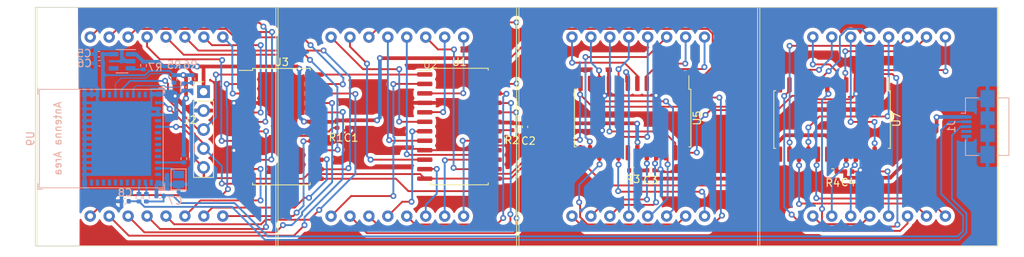
<source format=kicad_pcb>
(kicad_pcb (version 20221018) (generator pcbnew)
  (layers (0 "F.Cu" signal) (31 "B.Cu" signal) (34 "B.Paste" user) (35 "F.Paste" user) (36 "B.SilkS" user "B.Silkscreen") (37 "F.SilkS" user "F.Silkscreen") (38 "B.Mask" user) (39 "F.Mask" user) (44 "Edge.Cuts" user))
  (net 0 "")
  (net 1 "Net-(U3-SEG_B)")
  (net 2 "Net-(U3-DIG_0)")
  (net 3 "Net-(U3-DIG_4)")
  (net 4 "Net-(U3-DIG_6)")
  (net 5 "Net-(U3-DIG_2)")
  (net 6 "Net-(U3-DIG_3)")
  (net 7 "Net-(U3-DIG_7)")
  (net 8 "Net-(U3-DIG_5)")
  (net 9 "Net-(U3-DIG_1)")
  (net 10 "Net-(U3-SEG_A)")
  (net 11 "Net-(U3-SEG_F)")
  (net 12 "Net-(U3-SEG_G)")
  (net 13 "Net-(U3-SEG_C)")
  (net 14 "Net-(U3-SEG_E)")
  (net 15 "Net-(U3-SEG_DP)")
  (net 16 "Net-(U3-SEG_D)")
  (net 17 "Net-(U3-ISET)")
  (net 18 "/Max7219_8x8/DOUT")
  (net 19 "+3.3V")
  (net 20 "/Max7219_8x10/DIN")
  (net 21 "Net-(U9-GPIO2{slash}ADC1_CH2)")
  (net 22 "/ESP32 Section/CS")
  (net 23 "/Max7219_8x10/DOUT")
  (net 24 "/Max7219_8x11/DOUT")
  (net 25 "Net-(U1-ISET)")
  (net 26 "Net-(U5-ISET)")
  (net 27 "Net-(U7-ISET)")
  (net 28 "Net-(U1-DIG_0)")
  (net 29 "Net-(U1-DIG_4)")
  (net 30 "Net-(U1-DIG_6)")
  (net 31 "Net-(U1-DIG_2)")
  (net 32 "Net-(U1-DIG_3)")
  (net 33 "Net-(U1-DIG_7)")
  (net 34 "Net-(U1-DIG_5)")
  (net 35 "Net-(U1-DIG_1)")
  (net 36 "Net-(U1-SEG_A)")
  (net 37 "Net-(U1-SEG_F)")
  (net 38 "Net-(U1-SEG_B)")
  (net 39 "Net-(U1-SEG_G)")
  (net 40 "Net-(U1-SEG_C)")
  (net 41 "Net-(U1-SEG_E)")
  (net 42 "Net-(U1-SEG_DP)")
  (net 43 "Net-(U1-SEG_D)")
  (net 44 "Net-(U5-DIG_0)")
  (net 45 "Net-(U5-DIG_4)")
  (net 46 "Net-(U5-DIG_6)")
  (net 47 "Net-(U5-DIG_2)")
  (net 48 "Net-(U5-DIG_3)")
  (net 49 "Net-(U5-DIG_7)")
  (net 50 "Net-(U5-DIG_5)")
  (net 51 "Net-(U5-DIG_1)")
  (net 52 "Net-(U5-SEG_A)")
  (net 53 "Net-(U5-SEG_F)")
  (net 54 "Net-(U5-SEG_B)")
  (net 55 "Net-(U5-SEG_G)")
  (net 56 "Net-(U5-SEG_C)")
  (net 57 "Net-(U5-SEG_E)")
  (net 58 "Net-(U5-SEG_DP)")
  (net 59 "Net-(U5-SEG_D)")
  (net 60 "Net-(U7-DIG_0)")
  (net 61 "Net-(U7-DIG_4)")
  (net 62 "Net-(U7-DIG_6)")
  (net 63 "Net-(U7-DIG_2)")
  (net 64 "Net-(U7-DIG_3)")
  (net 65 "Net-(U7-DIG_7)")
  (net 66 "Net-(U7-DIG_5)")
  (net 67 "Net-(U7-DIG_1)")
  (net 68 "Net-(U7-SEG_A)")
  (net 69 "Net-(U7-SEG_F)")
  (net 70 "Net-(U7-SEG_B)")
  (net 71 "Net-(U7-SEG_G)")
  (net 72 "Net-(U7-SEG_C)")
  (net 73 "Net-(U7-SEG_E)")
  (net 74 "Net-(U7-SEG_DP)")
  (net 75 "Net-(U7-SEG_D)")
  (net 76 "/ESP32 Section/CLK")
  (net 77 "/ESP32 Section/MOSI")
  (net 78 "GND")
  (net 81 "Net-(U9-EN{slash}CHIP_PU)")
  (net 98 "Net-(U10-EN)")
  (net 100 "VUSB")
  (net 101 "Net-(J1-D-)")
  (net 102 "Net-(J1-D+)")
  (net 104 "Net-(U9-GPIO18{slash}USB_D-)")
  (net 105 "Net-(U9-GPIO19{slash}USB_D+)")
  (net 106 "Net-(JP1-A)")
  (net 107 "Net-(U9-GPIO8)")
  (footprint "Capacitor_SMD:C_0402_1005Metric" (layer "F.Cu") (at 94.4118 53.0326 -90)
    (fp_text reference "C2")
    (fp_text value "0.1uF" hide)
  )
  (footprint "LED_Matrix:8x8" (layer "F.Cu") (at 77.2922 53.0098 180)
    (fp_text reference "U2")
    (fp_text value "KWM-30881CVB")
  )
  (footprint "Capacitor_SMD:C_0402_1005Metric" (layer "F.Cu") (at 137.8178 59.0296)
    (fp_text reference "C4")
    (fp_text value "0.1uF" hide)
  )
  (footprint "Connector_PinHeader_2.54mm:PinHeader_1x05_P2.54mm_Vertical" (layer "F.Cu") (at 51.308 48.3108)
    (fp_text reference "J2")
    (fp_text value "Conn_01x05_Pin" hide)
  )
  (footprint "Package_SO:SOIC-24W_7.5x15.4mm_P1.27mm" (layer "F.Cu") (at 85.6216 52.9844)
    (fp_text reference "U1")
    (fp_text value "MAX7221xWG")
  )
  (footprint "Package_SO:SOIC-24W_7.5x15.4mm_P1.27mm" (layer "F.Cu") (at 108.841668 51.85 -90)
    (fp_text reference "U5")
    (fp_text value "MAX7221xWG")
  )
  (footprint "Resistor_SMD:R_0402_1005Metric" (layer "F.Cu") (at 69.2122 52.6554 -90)
    (fp_text reference "R1")
    (fp_text value "10k" hide)
  )
  (footprint "LED_Matrix:8x8" (layer "F.Cu") (at 141.9 53 180)
    (fp_text reference "U8" hide)
    (fp_text value "KWM-30881CVB")
  )
  (footprint "Capacitor_SMD:C_0402_1005Metric" (layer "F.Cu") (at 70.5866 52.6516 -90)
    (fp_text reference "C1")
    (fp_text value "0.1uF" hide)
  )
  (footprint "Capacitor_SMD:C_0402_1005Metric" (layer "F.Cu") (at 111.28 58.8518)
    (fp_text reference "C3")
    (fp_text value "0.1uF" hide)
  )
  (footprint "Resistor_SMD:R_0402_1005Metric" (layer "F.Cu") (at 92.6846 52.961 -90)
    (fp_text reference "R2")
    (fp_text value "10k" hide)
  )
  (footprint "Resistor_SMD:R_0402_1005Metric" (layer "F.Cu") (at 135.6848 59.0296 180)
    (fp_text reference "R4")
    (fp_text value "10k" hide)
  )
  (footprint "Package_SO:SOIC-24W_7.5x15.4mm_P1.27mm" (layer "F.Cu") (at 61.7456 53)
    (fp_text reference "U3")
    (fp_text value "MAX7221xWG")
  )
  (footprint "LED_Matrix:8x8" (layer "F.Cu") (at 109.6 53 180)
    (fp_text reference "U6" hide)
    (fp_text value "KWM-30881CVB")
  )
  (footprint "Resistor_SMD:R_0402_1005Metric" (layer "F.Cu") (at 108.8898 58.8772 180)
    (fp_text reference "R3")
    (fp_text value "10k" hide)
  )
  (footprint "Package_SO:SOIC-24W_7.5x15.4mm_P1.27mm" (layer "F.Cu") (at 135.5852 52.0464 -90)
    (fp_text reference "U7")
    (fp_text value "MAX7221xWG")
  )
  (footprint "LED_Matrix:8x8" (layer "F.Cu") (at 45 53 180)
    (fp_text reference "U4" hide)
    (fp_text value "KWM-30881CVB" hide)
  )
  (footprint "Capacitor_SMD:C_0402_1005Metric" (layer "B.Cu") (at 37.3354 44.5008)
    (fp_text reference "C6")
    (fp_text value "10uF" hide)
  )
  (footprint "Resistor_SMD:R_0402_1005Metric" (layer "B.Cu") (at 48.6664 57.294 -90)
    (fp_text reference "R10" hide)
    (fp_text value "10k" hide)
  )
  (footprint "Resistor_SMD:R_0402_1005Metric" (layer "B.Cu") (at 47.3456 46.607 -90)
    (fp_text reference "R5")
    (fp_text value "10k" hide)
  )
  (footprint "PCM_Espressif:ESP32-C3-MINI-1" (layer "B.Cu") (at 37.592 54.6 -90)
    (fp_text reference "U9")
    (fp_text value "ESP32-C3-MINI-1")
  )
  (footprint "Connector_USB:USB_Micro-B_Amphenol_10104110_Horizontal" (layer "B.Cu") (at 155.1386 53 -90)
    (fp_text reference "J1")
    (fp_text value "USB_B_Micro")
  )
  (footprint "Capacitor_SMD:C_0402_1005Metric" (layer "B.Cu") (at 45.4686 62.2958 180)
    (fp_text reference "C7")
    (fp_text value "0.1uF")
  )
  (footprint "Resistor_SMD:R_0402_1005Metric" (layer "B.Cu") (at 49.7586 46.599 -90)
    (fp_text reference "R6")
    (fp_text value "10k" hide)
  )
  (footprint "Capacitor_SMD:C_0402_1005Metric" (layer "B.Cu") (at 48.6156 47.7038 -90)
    (fp_text reference "C9" hide)
    (fp_text value "0.1uF" hide)
  )
  (footprint "Capacitor_SMD:C_0402_1005Metric" (layer "B.Cu") (at 40.7898 63.007 180)
    (fp_text reference "C8")
    (fp_text value "0.1uF")
  )
  (footprint "Package_TO_SOT_SMD:SOT-23-5" (layer "B.Cu") (at 40.3805 44.2316 180)
    (fp_text reference "U10" hide)
    (fp_text value "AP2112K-3.3" hide)
  )
  (footprint "Jumper:SolderJumper-2_P1.3mm_Open_Pad1.0x1.5mm" (layer "B.Cu") (at 47.9552 60.071 -90)
    (fp_text reference "JP1" hide)
    (fp_text value "Jumper_2_Open")
  )
  (footprint "Resistor_SMD:R_0402_1005Metric" (layer "B.Cu") (at 42.6466 62.5224 -90)
    (fp_text reference "R9" hide)
    (fp_text value "0" hide)
  )
  (footprint "Resistor_SMD:R_0402_1005Metric" (layer "B.Cu") (at 43.6372 62.5244 -90)
    (fp_text reference "R8" hide)
    (fp_text value "0" hide)
  )
  (footprint "Capacitor_SMD:C_0402_1005Metric" (layer "B.Cu") (at 37.2846 43.2816)
    (fp_text reference "C5")
    (fp_text value "0.1uF" hide)
  )
  (footprint "Resistor_SMD:R_0402_1005Metric" (layer "B.Cu") (at 43.2562 44.8076 -90)
    (fp_text reference "R7")
    (fp_text value "1k" hide)
  )
  (gr_rect (start 28.75 37) (end 157.75 69) (stroke (width 0.1)) (fill none) (layer "Edge.Cuts"))
  (segment (start 48.642 43.3578) (end 46.27 40.9858) (width 0.25) (layer "F.Cu") (net 1))
  (segment (start 69.1994 56.175) (end 66.3956 56.175) (width 0.25) (layer "F.Cu") (net 1))
  (segment (start 69.2912 56.0832) (end 69.1994 56.175) (width 0.25) (layer "F.Cu") (net 1))
  (segment (start 64.897 43.3578) (end 48.642 43.3578) (width 0.25) (layer "F.Cu") (net 1))
  (segment (start 65.5828 44.0436) (end 64.897 43.3578) (width 0.25) (layer "F.Cu") (net 1))
  (via (at 69.2912 56.0832) (size 0.8) (drill 0.4) (layers "F.Cu" "B.Cu") (net 1))
  (via (at 65.5828 44.0436) (size 0.8) (drill 0.4) (layers "F.Cu" "B.Cu") (net 1))
  (segment (start 69.252 47.7128) (end 69.252 56.044) (width 0.25) (layer "B.Cu") (net 1))
  (segment (start 65.5828 44.0436) (end 69.252 47.7128) (width 0.25) (layer "B.Cu") (net 1))
  (segment (start 69.252 56.044) (end 69.2912 56.0832) (width 0.25) (layer "B.Cu") (net 1))
  (segment (start 54.5846 61.3797) (end 53.7851 62.1792) (width 0.25) (layer "F.Cu") (net 2))
  (segment (start 38.9196 62.1792) (end 36.11 64.9888) (width 0.25) (layer "F.Cu") (net 2))
  (segment (start 54.4068 47.285) (end 57.0956 47.285) (width 0.25) (layer "F.Cu") (net 2))
  (segment (start 53.7851 62.1792) (end 38.9196 62.1792) (width 0.25) (layer "F.Cu") (net 2))
  (via (at 54.5846 61.3797) (size 0.8) (drill 0.4) (layers "F.Cu" "B.Cu") (net 2))
  (via (at 54.4068 47.285) (size 0.8) (drill 0.4) (layers "F.Cu" "B.Cu") (net 2))
  (segment (start 54.4068 50.148905) (end 54.483 50.225105) (width 0.25) (layer "B.Cu") (net 2))
  (segment (start 54.483 50.225105) (end 54.483 61.2781) (width 0.25) (layer "B.Cu") (net 2))
  (segment (start 54.4068 47.285) (end 54.4068 50.148905) (width 0.25) (layer "B.Cu") (net 2))
  (segment (start 54.483 61.2781) (end 54.5846 61.3797) (width 0.25) (layer "B.Cu") (net 2))
  (segment (start 55.2196 48.555) (end 57.0956 48.555) (width 0.25) (layer "F.Cu") (net 3))
  (via (at 55.2196 48.555) (size 0.8) (drill 0.4) (layers "F.Cu" "B.Cu") (net 3))
  (segment (start 55.1688 42.2646) (end 53.89 40.9858) (width 0.25) (layer "B.Cu") (net 3))
  (segment (start 55.1688 48.5042) (end 55.1688 42.2646) (width 0.25) (layer "B.Cu") (net 3))
  (segment (start 55.2196 48.555) (end 55.1688 48.5042) (width 0.25) (layer "B.Cu") (net 3))
  (segment (start 51.35 40.9858) (end 52.4387 42.0745) (width 0.25) (layer "F.Cu") (net 4))
  (segment (start 52.4387 42.0745) (end 58.9655 42.0745) (width 0.25) (layer "F.Cu") (net 4))
  (segment (start 58.9655 51.1048) (end 57.1054 51.1048) (width 0.25) (layer "F.Cu") (net 4))
  (segment (start 57.1054 51.1048) (end 57.0956 51.095) (width 0.25) (layer "F.Cu") (net 4))
  (via (at 58.9655 42.0745) (size 0.8) (drill 0.4) (layers "F.Cu" "B.Cu") (net 4))
  (via (at 58.9655 51.1048) (size 0.8) (drill 0.4) (layers "F.Cu" "B.Cu") (net 4))
  (segment (start 58.9655 42.0745) (end 58.9655 51.1048) (width 0.25) (layer "B.Cu") (net 4))
  (segment (start 58.8143 39.0652) (end 54.779443 39.0652) (width 0.25) (layer "F.Cu") (net 5))
  (segment (start 54.779443 39.0652) (end 54.713043 38.9988) (width 0.25) (layer "F.Cu") (net 5))
  (segment (start 59.3344 39.5853) (end 58.8143 39.0652) (width 0.25) (layer "F.Cu") (net 5))
  (segment (start 38.097 38.9988) (end 36.11 40.9858) (width 0.25) (layer "F.Cu") (net 5))
  (segment (start 59.5474 52.365) (end 59.5884 52.324) (width 0.25) (layer "F.Cu") (net 5))
  (segment (start 54.713043 38.9988) (end 38.097 38.9988) (width 0.25) (layer "F.Cu") (net 5))
  (segment (start 57.0956 52.365) (end 59.5474 52.365) (width 0.25) (layer "F.Cu") (net 5))
  (via (at 59.5884 52.324) (size 0.8) (drill 0.4) (layers "F.Cu" "B.Cu") (net 5))
  (via (at 59.3344 39.5853) (size 0.8) (drill 0.4) (layers "F.Cu" "B.Cu") (net 5))
  (segment (start 59.69 39.9409) (end 59.69 52.2224) (width 0.25) (layer "B.Cu") (net 5))
  (segment (start 59.69 52.2224) (end 59.5884 52.324) (width 0.25) (layer "B.Cu") (net 5))
  (segment (start 59.3344 39.5853) (end 59.69 39.9409) (width 0.25) (layer "B.Cu") (net 5))
  (segment (start 43.73 64.9888) (end 45.4609 66.7197) (width 0.25) (layer "F.Cu") (net 6))
  (segment (start 45.4609 66.7197) (end 59.4155 66.7197) (width 0.25) (layer "F.Cu") (net 6))
  (segment (start 59.6744 53.635) (end 57.0956 53.635) (width 0.25) (layer "F.Cu") (net 6))
  (segment (start 59.4155 66.7197) (end 59.69 66.4452) (width 0.25) (layer "F.Cu") (net 6))
  (segment (start 59.69 53.6194) (end 59.6744 53.635) (width 0.25) (layer "F.Cu") (net 6))
  (via (at 59.69 66.4452) (size 0.8) (drill 0.4) (layers "F.Cu" "B.Cu") (net 6))
  (via (at 59.69 53.6194) (size 0.8) (drill 0.4) (layers "F.Cu" "B.Cu") (net 6))
  (segment (start 59.6762 53.6332) (end 59.69 53.6194) (width 0.25) (layer "B.Cu") (net 6))
  (segment (start 59.6762 66.4314) (end 59.6762 53.6332) (width 0.25) (layer "B.Cu") (net 6))
  (segment (start 59.69 66.4452) (end 59.6762 66.4314) (width 0.25) (layer "B.Cu") (net 6))
  (segment (start 53.7972 44.0823) (end 53.6823 43.9674) (width 0.25) (layer "F.Cu") (net 7))
  (segment (start 53.6823 43.9674) (end 45.4406 43.9674) (width 0.25) (layer "F.Cu") (net 7))
  (segment (start 45.4406 43.9674) (end 43.73 42.2568) (width 0.25) (layer "F.Cu") (net 7))
  (segment (start 53.7464 54.905) (end 57.0956 54.905) (width 0.25) (layer "F.Cu") (net 7))
  (segment (start 43.73 42.2568) (end 43.73 40.9858) (width 0.25) (layer "F.Cu") (net 7))
  (via (at 53.7464 54.905) (size 0.8) (drill 0.4) (layers "F.Cu" "B.Cu") (net 7))
  (via (at 53.7972 44.0823) (size 0.8) (drill 0.4) (layers "F.Cu" "B.Cu") (net 7))
  (segment (start 53.6818 44.1977) (end 53.7972 44.0823) (width 0.25) (layer "B.Cu") (net 7))
  (segment (start 53.7464 54.905) (end 53.6818 54.8404) (width 0.25) (layer "B.Cu") (net 7))
  (segment (start 53.6818 54.8404) (end 53.6818 44.1977) (width 0.25) (layer "B.Cu") (net 7))
  (segment (start 60.4012 57.404) (end 60.3602 57.445) (width 0.25) (layer "F.Cu") (net 8))
  (segment (start 55.387647 40.3098) (end 54.526647 39.4488) (width 0.25) (layer "F.Cu") (net 8))
  (segment (start 60.486295 40.2965) (end 60.472995 40.3098) (width 0.25) (layer "F.Cu") (net 8))
  (segment (start 40.187 39.4488) (end 38.65 40.9858) (width 0.25) (layer "F.Cu") (net 8))
  (segment (start 60.3602 57.445) (end 57.0956 57.445) (width 0.25) (layer "F.Cu") (net 8))
  (segment (start 60.472995 40.3098) (end 55.387647 40.3098) (width 0.25) (layer "F.Cu") (net 8))
  (segment (start 54.526647 39.4488) (end 40.187 39.4488) (width 0.25) (layer "F.Cu") (net 8))
  (via (at 60.486295 40.2965) (size 0.8) (drill 0.4) (layers "F.Cu" "B.Cu") (net 8))
  (via (at 60.4012 57.404) (size 0.8) (drill 0.4) (layers "F.Cu" "B.Cu") (net 8))
  (segment (start 60.486295 57.318905) (end 60.4012 57.404) (width 0.25) (layer "B.Cu") (net 8))
  (segment (start 60.486295 40.2965) (end 60.486295 57.318905) (width 0.25) (layer "B.Cu") (net 8))
  (segment (start 52.670295 62.8904) (end 50.9084 62.8904) (width 0.25) (layer "F.Cu") (net 9))
  (segment (start 57.1366 58.674) (end 57.0956 58.715) (width 0.25) (layer "F.Cu") (net 9))
  (segment (start 52.684095 62.9042) (end 52.670295 62.8904) (width 0.25) (layer "F.Cu") (net 9))
  (segment (start 53.284705 62.9042) (end 52.684095 62.9042) (width 0.25) (layer "F.Cu") (net 9))
  (segment (start 50.9084 62.8904) (end 48.81 64.9888) (width 0.25) (layer "F.Cu") (net 9))
  (segment (start 58.9517 58.674) (end 57.1366 58.674) (width 0.25) (layer "F.Cu") (net 9))
  (segment (start 58.9517 62.8904) (end 53.298505 62.8904) (width 0.25) (layer "F.Cu") (net 9))
  (segment (start 53.298505 62.8904) (end 53.284705 62.9042) (width 0.25) (layer "F.Cu") (net 9))
  (via (at 58.9517 62.8904) (size 0.8) (drill 0.4) (layers "F.Cu" "B.Cu") (net 9))
  (via (at 58.9517 58.674) (size 0.8) (drill 0.4) (layers "F.Cu" "B.Cu") (net 9))
  (segment (start 58.9517 62.8904) (end 58.9517 58.674) (width 0.25) (layer "B.Cu") (net 9))
  (segment (start 67.3862 42.799) (end 50.6232 42.799) (width 0.25) (layer "F.Cu") (net 10))
  (segment (start 70.739 58.5724) (end 70.5964 58.715) (width 0.25) (layer "F.Cu") (net 10))
  (segment (start 70.5964 58.715) (end 66.3956 58.715) (width 0.25) (layer "F.Cu") (net 10))
  (segment (start 50.6232 42.799) (end 48.81 40.9858) (width 0.25) (layer "F.Cu") (net 10))
  (segment (start 67.397149 42.788051) (end 67.3862 42.799) (width 0.25) (layer "F.Cu") (net 10))
  (via (at 70.739 58.5724) (size 0.8) (drill 0.4) (layers "F.Cu" "B.Cu") (net 10))
  (via (at 67.397149 42.788051) (size 0.8) (drill 0.4) (layers "F.Cu" "B.Cu") (net 10))
  (segment (start 70.9422 46.333102) (end 70.9422 58.3692) (width 0.25) (layer "B.Cu") (net 10))
  (segment (start 67.397149 42.788051) (end 70.9422 46.333102) (width 0.25) (layer "B.Cu") (net 10))
  (segment (start 70.9422 58.3692) (end 70.739 58.5724) (width 0.25) (layer "B.Cu") (net 10))
  (segment (start 63.5254 63.8556) (end 52.4832 63.8556) (width 0.25) (layer "F.Cu") (net 11))
  (segment (start 65.44326 62.538741) (end 64.842259 62.538741) (width 0.25) (layer "F.Cu") (net 11))
  (segment (start 67.8301 57.3786) (end 66.462 57.3786) (width 0.25) (layer "F.Cu") (net 11))
  (segment (start 52.4832 63.8556) (end 51.35 64.9888) (width 0.25) (layer "F.Cu") (net 11))
  (segment (start 64.842259 62.538741) (end 63.5254 63.8556) (width 0.25) (layer "F.Cu") (net 11))
  (segment (start 66.462 57.3786) (end 66.3956 57.445) (width 0.25) (layer "F.Cu") (net 11))
  (via (at 65.44326 62.538741) (size 0.8) (drill 0.4) (layers "F.Cu" "B.Cu") (net 11))
  (via (at 67.8301 57.3786) (size 0.8) (drill 0.4) (layers "F.Cu" "B.Cu") (net 11))
  (segment (start 67.8301 60.151901) (end 67.8301 57.3786) (width 0.25) (layer "B.Cu") (net 11))
  (segment (start 65.44326 62.538741) (end 67.8301 60.151901) (width 0.25) (layer "B.Cu") (net 11))
  (segment (start 64.6938 54.9656) (end 66.335 54.9656) (width 0.25) (layer "F.Cu") (net 12))
  (segment (start 63.794473 64.528282) (end 63.333955 64.9888) (width 0.25) (layer "F.Cu") (net 12))
  (segment (start 63.333955 64.9888) (end 53.89 64.9888) (width 0.25) (layer "F.Cu") (net 12))
  (segment (start 66.335 54.9656) (end 66.3956 54.905) (width 0.25) (layer "F.Cu") (net 12))
  (via (at 64.6938 54.9656) (size 0.8) (drill 0.4) (layers "F.Cu" "B.Cu") (net 12))
  (via (at 63.794473 64.528282) (size 0.8) (drill 0.4) (layers "F.Cu" "B.Cu") (net 12))
  (segment (start 63.794473 64.528282) (end 64.7192 63.603555) (width 0.25) (layer "B.Cu") (net 12))
  (segment (start 64.7192 54.991) (end 64.6938 54.9656) (width 0.25) (layer "B.Cu") (net 12))
  (segment (start 64.7192 63.603555) (end 64.7192 54.991) (width 0.25) (layer "B.Cu") (net 12))
  (segment (start 63.4322 67.6197) (end 41.2809 67.6197) (width 0.25) (layer "F.Cu") (net 13))
  (segment (start 69.9101 51.095) (end 66.3956 51.095) (width 0.25) (layer "F.Cu") (net 13))
  (segment (start 64.8462 66.2057) (end 63.4322 67.6197) (width 0.25) (layer "F.Cu") (net 13))
  (segment (start 69.9765 51.0286) (end 69.9101 51.095) (width 0.25) (layer "F.Cu") (net 13))
  (segment (start 41.2809 67.6197) (end 38.65 64.9888) (width 0.25) (layer "F.Cu") (net 13))
  (via (at 69.9765 51.0286) (size 0.8) (drill 0.4) (layers "F.Cu" "B.Cu") (net 13))
  (via (at 64.8462 66.2057) (size 0.8) (drill 0.4) (layers "F.Cu" "B.Cu") (net 13))
  (segment (start 64.969473 65.014983) (end 64.969473 65.002327) (width 0.25) (layer "B.Cu") (net 13))
  (segment (start 64.8462 65.138256) (end 64.969473 65.014983) (width 0.25) (layer "B.Cu") (net 13))
  (segment (start 69.9516 60.0202) (end 69.9516 56.448105) (width 0.25) (layer "B.Cu") (net 13))
  (segment (start 70.0162 56.383505) (end 70.0162 51.0683) (width 0.25) (layer "B.Cu") (net 13))
  (segment (start 64.969473 65.002327) (end 69.9516 60.0202) (width 0.25) (layer "B.Cu") (net 13))
  (segment (start 69.9516 56.448105) (end 70.0162 56.383505) (width 0.25) (layer "B.Cu") (net 13))
  (segment (start 70.0162 51.0683) (end 69.9765 51.0286) (width 0.25) (layer "B.Cu") (net 13))
  (segment (start 64.8462 66.2057) (end 64.8462 65.138256) (width 0.25) (layer "B.Cu") (net 13))
  (segment (start 60.9866 67.1697) (end 43.3709 67.1697) (width 0.25) (layer "F.Cu") (net 14))
  (segment (start 61.9506 66.2057) (end 60.9866 67.1697) (width 0.25) (layer "F.Cu") (net 14))
  (segment (start 68.5275 49.8348) (end 66.4054 49.8348) (width 0.25) (layer "F.Cu") (net 14))
  (segment (start 43.3709 67.1697) (end 41.19 64.9888) (width 0.25) (layer "F.Cu") (net 14))
  (segment (start 66.4054 49.8348) (end 66.3956 49.825) (width 0.25) (layer "F.Cu") (net 14))
  (via (at 68.5275 49.8348) (size 0.8) (drill 0.4) (layers "F.Cu" "B.Cu") (net 14))
  (via (at 61.9506 66.2057) (size 0.8) (drill 0.4) (layers "F.Cu" "B.Cu") (net 14))
  (segment (start 64.519473 64.487127) (end 68.5546 60.452) (width 0.25) (layer "B.Cu") (net 14))
  (segment (start 63.14236 66.2057) (end 64.519473 64.828587) (width 0.25) (layer "B.Cu") (net 14))
  (segment (start 68.5546 60.452) (end 68.5546 49.8619) (width 0.25) (layer "B.Cu") (net 14))
  (segment (start 64.519473 64.828587) (end 64.519473 64.487127) (width 0.25) (layer "B.Cu") (net 14))
  (segment (start 61.9506 66.2057) (end 63.14236 66.2057) (width 0.25) (layer "B.Cu") (net 14))
  (segment (start 68.5546 49.8619) (end 68.5275 49.8348) (width 0.25) (layer "B.Cu") (net 14))
  (segment (start 65.5152 65.4812) (end 59.628695 65.4812) (width 0.25) (layer "F.Cu") (net 15))
  (segment (start 59.019095 66.0908) (end 47.372 66.0908) (width 0.25) (layer "F.Cu") (net 15))
  (segment (start 71.6061 48.555) (end 66.3956 48.555) (width 0.25) (layer "F.Cu") (net 15))
  (segment (start 59.628695 65.4812) (end 59.019095 66.0908) (width 0.25) (layer "F.Cu") (net 15))
  (segment (start 66.819 64.1774) (end 65.5152 65.4812) (width 0.25) (layer "F.Cu") (net 15))
  (segment (start 71.6667 48.6156) (end 71.6061 48.555) (width 0.25) (layer "F.Cu") (net 15))
  (segment (start 47.372 66.0908) (end 46.27 64.9888) (width 0.25) (layer "F.Cu") (net 15))
  (via (at 71.6667 48.6156) (size 0.8) (drill 0.4) (layers "F.Cu" "B.Cu") (net 15))
  (via (at 66.819 64.1774) (size 0.8) (drill 0.4) (layers "F.Cu" "B.Cu") (net 15))
  (segment (start 66.819 64.1774) (end 71.6667 59.3297) (width 0.25) (layer "B.Cu") (net 15))
  (segment (start 71.6667 59.3297) (end 71.6667 48.6156) (width 0.25) (layer "B.Cu") (net 15))
  (segment (start 69.977 47.3202) (end 69.9418 47.285) (width 0.25) (layer "F.Cu") (net 16))
  (segment (start 42.277 39.8988) (end 41.19 40.9858) (width 0.25) (layer "F.Cu") (net 16))
  (segment (start 55.462451 41.021) (end 54.340251 39.8988) (width 0.25) (layer "F.Cu") (net 16))
  (segment (start 69.9418 47.285) (end 66.3956 47.285) (width 0.25) (layer "F.Cu") (net 16))
  (segment (start 65.659 42.0745) (end 64.6055 41.021) (width 0.25) (layer "F.Cu") (net 16))
  (segment (start 54.340251 39.8988) (end 42.277 39.8988) (width 0.25) (layer "F.Cu") (net 16))
  (segment (start 64.6055 41.021) (end 55.462451 41.021) (width 0.25) (layer "F.Cu") (net 16))
  (via (at 65.659 42.0745) (size 0.8) (drill 0.4) (layers "F.Cu" "B.Cu") (net 16))
  (via (at 69.977 47.3202) (size 0.8) (drill 0.4) (layers "F.Cu" "B.Cu") (net 16))
  (segment (start 65.659 42.0745) (end 70.0532 46.4687) (width 0.25) (layer "B.Cu") (net 16))
  (segment (start 70.0532 46.4687) (end 70.0532 47.244) (width 0.25) (layer "B.Cu") (net 16))
  (segment (start 70.0532 47.244) (end 69.977 47.3202) (width 0.25) (layer "B.Cu") (net 16))
  (segment (start 69.2122 53.1654) (end 68.6022 53.1654) (width 0.25) (layer "F.Cu") (net 17))
  (segment (start 68.1228 53.6448) (end 68.113 53.635) (width 0.25) (layer "F.Cu") (net 17))
  (segment (start 68.113 53.635) (end 66.3956 53.635) (width 0.25) (layer "F.Cu") (net 17))
  (segment (start 68.6022 53.1654) (end 68.1228 53.6448) (width 0.25) (layer "F.Cu") (net 17))
  (segment (start 80.956 46.015) (end 80.9716 45.9994) (width 0.25) (layer "F.Cu") (net 18))
  (segment (start 66.3956 46.015) (end 80.956 46.015) (width 0.25) (layer "F.Cu") (net 18))
  (segment (start 48.95917 46.45797) (end 48.5902 46.089) (width 0.5) (layer "F.Cu") (net 19))
  (segment (start 48.95917 49.211829) (end 48.95917 46.45797) (width 0.5) (layer "F.Cu") (net 19))
  (via (at 48.5902 46.089) (size 0.8) (drill 0.4) (layers "F.Cu" "B.Cu") (net 19))
  (via (at 48.95917 49.211829) (size 0.8) (drill 0.4) (layers "F.Cu" "B.Cu") (net 19))
  (segment (start 39.243 43.2816) (end 37.7646 43.2816) (width 0.5) (layer "B.Cu") (net 19))
  (segment (start 48.6664 49.504599) (end 48.6664 56.784) (width 0.5) (layer "B.Cu") (net 19))
  (segment (start 44.03128 45.5168) (end 43.45108 46.097) (width 0.25) (layer "B.Cu") (net 19))
  (segment (start 38.0654 46.097) (end 37.8154 45.847) (width 0.5) (layer "B.Cu") (net 19))
  (segment (start 49.7586 46.089) (end 48.5902 46.089) (width 0.5) (layer "B.Cu") (net 19))
  (segment (start 47.3536 46.089) (end 47.3456 46.097) (width 0.5) (layer "B.Cu") (net 19))
  (segment (start 37.892 47.8976) (end 37.8154 47.821) (width 0.5) (layer "B.Cu") (net 19))
  (segment (start 48.5902 46.089) (end 47.3536 46.089) (width 0.5) (layer "B.Cu") (net 19))
  (segment (start 46.7654 45.5168) (end 44.03128 45.5168) (width 0.25) (layer "B.Cu") (net 19))
  (segment (start 37.892 47.8976) (end 37.892 48.7) (width 0.5) (layer "B.Cu") (net 19))
  (segment (start 43.45108 46.097) (end 38.0654 46.097) (width 0.25) (layer "B.Cu") (net 19))
  (segment (start 48.95917 49.211829) (end 48.6664 49.504599) (width 0.5) (layer "B.Cu") (net 19))
  (segment (start 37.7646 44.45) (end 37.8154 44.5008) (width 0.5) (layer "B.Cu") (net 19))
  (segment (start 37.8154 44.5008) (end 37.8154 45.847) (width 0.5) (layer "B.Cu") (net 19))
  (segment (start 37.8154 47.821) (end 37.8154 45.847) (width 0.5) (layer "B.Cu") (net 19))
  (segment (start 37.7646 43.2816) (end 37.7646 44.45) (width 0.5) (layer "B.Cu") (net 19))
  (segment (start 47.3456 46.097) (end 46.7654 45.5168) (width 0.25) (layer "B.Cu") (net 19))
  (segment (start 119.577 40.5322) (end 119.577 44.9642) (width 0.25) (layer "F.Cu") (net 20))
  (segment (start 118.9436 39.8988) (end 119.577 40.5322) (width 0.25) (layer "F.Cu") (net 20))
  (segment (start 96.3722 39.8988) (end 118.9436 39.8988) (width 0.25) (layer "F.Cu") (net 20))
  (segment (start 90.2716 45.9994) (end 96.3722 39.8988) (width 0.25) (layer "F.Cu") (net 20))
  (segment (start 119.577 44.9642) (end 117.3412 47.2) (width 0.25) (layer "F.Cu") (net 20))
  (segment (start 117.3412 47.2) (end 115.826668 47.2) (width 0.25) (layer "F.Cu") (net 20))
  (segment (start 44.191788 45.9043) (end 43.611588 46.4845) (width 0.125) (layer "B.Cu") (net 21))
  (segment (start 43.611588 46.4845) (end 40.2551 46.4845) (width 0.125) (layer "B.Cu") (net 21))
  (segment (start 46.604892 45.9043) (end 44.191788 45.9043) (width 0.125) (layer "B.Cu") (net 21))
  (segment (start 47.3456 47.117) (end 46.6598 46.4312) (width 0.125) (layer "B.Cu") (net 21))
  (segment (start 39.492 48.7) (end 39.492 47.8976) (width 0.25) (layer "B.Cu") (net 21))
  (segment (start 46.6598 46.4312) (end 46.6598 45.959208) (width 0.125) (layer "B.Cu") (net 21))
  (segment (start 39.492 47.2476) (end 39.492 47.8976) (width 0.125) (layer "B.Cu") (net 21))
  (segment (start 40.2551 46.4845) (end 39.492 47.2476) (width 0.125) (layer "B.Cu") (net 21))
  (segment (start 46.6598 45.959208) (end 46.604892 45.9043) (width 0.125) (layer "B.Cu") (net 21))
  (segment (start 125.6654 50.3312) (end 128.6002 47.3964) (width 0.25) (layer "F.Cu") (net 22))
  (segment (start 101.801 48.6918) (end 101.801 47.255668) (width 0.25) (layer "F.Cu") (net 22))
  (segment (start 88.570692 59.9694) (end 89.215692 59.3244) (width 0.25) (layer "F.Cu") (net 22))
  (segment (start 97.077404 54.7624) (end 101.7778 54.7624) (width 0.25) (layer "F.Cu") (net 22))
  (segment (start 51.308 59.8286) (end 51.3842 59.9048) (width 0.25) (layer "F.Cu") (net 22))
  (segment (start 89.215692 59.3244) (end 92.515404 59.3244) (width 0.25) (layer "F.Cu") (net 22))
  (segment (start 101.801 47.255668) (end 101.856668 47.2) (width 0.25) (layer "F.Cu") (net 22))
  (segment (start 51.3842 59.9048) (end 57.0154 59.9048) (width 0.25) (layer "F.Cu") (net 22))
  (segment (start 47.625 53.0248) (end 48.4274 53.0248) (width 0.25) (layer "F.Cu") (net 22))
  (segment (start 57.0956 59.985) (end 64.694692 59.985) (width 0.25) (layer "F.Cu") (net 22))
  (segment (start 49.9872 54.5846) (end 49.9872 57.1754) (width 0.25) (layer "F.Cu") (net 22))
  (segment (start 64.694692 59.985) (end 65.319892 59.3598) (width 0.25) (layer "F.Cu") (net 22))
  (segment (start 101.801 48.6918) (end 103.4404 50.3312) (width 0.25) (layer "F.Cu") (net 22))
  (segment (start 92.515404 59.3244) (end 97.077404 54.7624) (width 0.25) (layer "F.Cu") (net 22))
  (segment (start 65.319892 59.3598) (end 80.362 59.3598) (width 0.25) (layer "F.Cu") (net 22))
  (segment (start 48.4274 53.0248) (end 49.9872 54.5846) (width 0.25) (layer "F.Cu") (net 22))
  (segment (start 49.9872 57.1754) (end 51.3842 58.5724) (width 0.25) (layer "F.Cu") (net 22))
  (segment (start 51.3842 58.5724) (end 51.3842 59.9048) (width 0.25) (layer "F.Cu") (net 22))
  (segment (start 80.9716 59.9694) (end 88.570692 59.9694) (width 0.25) (layer "F.Cu") (net 22))
  (segment (start 103.4404 50.3312) (end 125.6654 50.3312) (width 0.25) (layer "F.Cu") (net 22))
  (segment (start 57.0154 59.9048) (end 57.0956 59.985) (width 0.25) (layer "F.Cu") (net 22))
  (segment (start 51.308 58.4708) (end 51.308 59.8286) (width 0.25) (layer "F.Cu") (net 22))
  (segment (start 80.362 59.3598) (end 80.9716 59.9694) (width 0.25) (layer "F.Cu") (net 22))
  (via (at 47.625 53.0248) (size 0.8) (drill 0.4) (layers "F.Cu" "B.Cu") (net 22))
  (via (at 101.7778 54.7624) (size 0.8) (drill 0.4) (layers "F.Cu" "B.Cu") (net 22))
  (via (at 101.801 48.6918) (size 0.8) (drill 0.4) (layers "F.Cu" "B.Cu") (net 22))
  (segment (start 101.7778 54.7624) (end 101.7778 48.715) (width 0.25) (layer "B.Cu") (net 22))
  (segment (start 47.625 53.0248) (end 45.2168 53.0248) (width 0.25) (layer "B.Cu") (net 22))
  (segment (start 101.7778 48.715) (end 101.801 48.6918) (width 0.25) (layer "B.Cu") (net 22))
  (segment (start 45.2168 53.0248) (end 45.192 53) (width 0.25) (layer "B.Cu") (net 22))
  (segment (start 133.265704 49.7773) (end 141.313095 49.7773) (width 0.25) (layer "F.Cu") (net 23))
  (segment (start 130.217815 48.8696) (end 132.358004 48.8696) (width 0.25) (layer "F.Cu") (net 23))
  (segment (start 128.306215 50.7812) (end 130.217815 48.8696) (width 0.25) (layer "F.Cu") (net 23))
  (segment (start 141.313095 49.7773) (end 142.5702 48.520195) (width 0.25) (layer "F.Cu") (net 23))
  (segment (start 117.4138 56.5) (end 117.4496 56.4642) (width 0.25) (layer "F.Cu") (net 23))
  (segment (start 119.2718 50.7812) (end 128.306215 50.7812) (width 0.25) (layer "F.Cu") (net 23))
  (segment (start 132.358004 48.8696) (end 133.265704 49.7773) (width 0.25) (layer "F.Cu") (net 23))
  (segment (start 118.618 51.435) (end 119.2718 50.7812) (width 0.25) (layer "F.Cu") (net 23))
  (segment (start 142.5702 48.520195) (end 142.5702 47.3964) (width 0.25) (layer "F.Cu") (net 23))
  (segment (start 115.826668 56.5) (end 117.4138 56.5) (width 0.25) (layer "F.Cu") (net 23))
  (via (at 117.4496 56.4642) (size 0.8) (drill 0.4) (layers "F.Cu" "B.Cu") (net 23))
  (via (at 118.618 51.435) (size 0.8) (drill 0.4) (layers "F.Cu" "B.Cu") (net 23))
  (segment (start 117.4496 56.4642) (end 117.4496 52.6034) (width 0.25) (layer "B.Cu") (net 23))
  (segment (start 117.4496 52.6034) (end 118.618 51.435) (width 0.25) (layer "B.Cu") (net 23))
  (segment (start 90.42 53.471) (end 90.2716 53.6194) (width 0.25) (layer "F.Cu") (net 25))
  (segment (start 92.6846 53.471) (end 90.42 53.471) (width 0.25) (layer "F.Cu") (net 25))
  (segment (start 108.3798 58.8772) (end 108.3798 56.673132) (width 0.25) (layer "F.Cu") (net 26))
  (segment (start 108.3798 56.673132) (end 108.206668 56.5) (width 0.25) (layer "F.Cu") (net 26))
  (segment (start 135.1748 59.0296) (end 135.1748 56.921) (width 0.25) (layer "F.Cu") (net 27))
  (segment (start 135.1748 56.921) (end 134.9502 56.6964) (width 0.25) (layer "F.Cu") (net 27))
  (segment (start 76.7842 47.2694) (end 80.9716 47.2694) (width 0.25) (layer "F.Cu") (net 28))
  (segment (start 76.7588 62.3062) (end 71.0946 62.3062) (width 0.25) (layer "F.Cu") (net 28))
  (segment (start 71.0946 62.3062) (end 68.4022 64.9986) (width 0.25) (layer "F.Cu") (net 28))
  (segment (start 76.7588 47.2948) (end 76.7842 47.2694) (width 0.25) (layer "F.Cu") (net 28))
  (via (at 76.7588 47.2948) (size 0.8) (drill 0.4) (layers "F.Cu" "B.Cu") (net 28))
  (via (at 76.7588 62.3062) (size 0.8) (drill 0.4) (layers "F.Cu" "B.Cu") (net 28))
  (segment (start 76.7588 62.3062) (end 76.7588 55.279705) (width 0.25) (layer "B.Cu") (net 28))
  (segment (start 76.7588 55.279705) (end 76.925 55.113505) (width 0.25) (layer "B.Cu") (net 28))
  (segment (start 76.925 54.512895) (end 76.7588 54.346695) (width 0.25) (layer "B.Cu") (net 28))
  (segment (start 76.925 55.113505) (end 76.925 54.512895) (width 0.25) (layer "B.Cu") (net 28))
  (segment (start 76.7588 54.346695) (end 76.7588 47.2948) (width 0.25) (layer "B.Cu") (net 28))
  (segment (start 86.1314 48.514) (end 86.106 48.5394) (width 0.25) (layer "F.Cu") (net 29))
  (segment (start 86.106 48.5394) (end 80.9716 48.5394) (width 0.25) (layer "F.Cu") (net 29))
  (via (at 86.1314 48.514) (size 0.8) (drill 0.4) (layers "F.Cu" "B.Cu") (net 29))
  (segment (start 86.1822 40.9956) (end 86.1822 48.4632) (width 0.25) (layer "B.Cu") (net 29))
  (segment (start 86.1822 48.4632) (end 86.1314 48.514) (width 0.25) (layer "B.Cu") (net 29))
  (segment (start 80.997 51.054) (end 80.9716 51.0794) (width 0.25) (layer "F.Cu") (net 30))
  (segment (start 83.439 51.054) (end 80.997 51.054) (width 0.25) (layer "F.Cu") (net 30))
  (via (at 83.439 51.054) (size 0.8) (drill 0.4) (layers "F.Cu" "B.Cu") (net 30))
  (segment (start 83.6422 50.8508) (end 83.439 51.054) (width 0.25) (layer "B.Cu") (net 30))
  (segment (start 83.6422 40.9956) (end 83.6422 50.8508) (width 0.25) (layer "B.Cu") (net 30))
  (segment (start 77.5462 52.324) (end 77.5716 52.3494) (width 0.25) (layer "F.Cu") (net 31))
  (segment (start 77.5716 52.3494) (end 80.9716 52.3494) (width 0.25) (layer "F.Cu") (net 31))
  (segment (start 72.6971 45.2905) (end 77.5462 45.2905) (width 0.25) (layer "F.Cu") (net 31))
  (segment (start 68.4022 40.9956) (end 72.6971 45.2905) (width 0.25) (layer "F.Cu") (net 31))
  (via (at 77.5462 45.2905) (size 0.8) (drill 0.4) (layers "F.Cu" "B.Cu") (net 31))
  (via (at 77.5462 52.324) (size 0.8) (drill 0.4) (layers "F.Cu" "B.Cu") (net 31))
  (segment (start 77.5462 45.2905) (end 77.5462 52.324) (width 0.25) (layer "B.Cu") (net 31))
  (segment (start 80.9462 53.6448) (end 80.9716 53.6194) (width 0.25) (layer "F.Cu") (net 32))
  (segment (start 76.0222 64.9986) (end 77.9526 63.0682) (width 0.25) (layer "F.Cu") (net 32))
  (segment (start 79.2867 53.6448) (end 80.9462 53.6448) (width 0.25) (layer "F.Cu") (net 32))
  (segment (start 77.9526 63.0682) (end 79.1972 63.0682) (width 0.25) (layer "F.Cu") (net 32))
  (via (at 79.1972 63.0682) (size 0.8) (drill 0.4) (layers "F.Cu" "B.Cu") (net 32))
  (via (at 79.2867 53.6448) (size 0.8) (drill 0.4) (layers "F.Cu" "B.Cu") (net 32))
  (segment (start 79.1972 63.0682) (end 79.2872 62.9782) (width 0.25) (layer "B.Cu") (net 32))
  (segment (start 79.2872 62.9782) (end 79.2872 53.6453) (width 0.25) (layer "B.Cu") (net 32))
  (segment (start 79.2872 53.6453) (end 79.2867 53.6448) (width 0.25) (layer "B.Cu") (net 32))
  (segment (start 76.2 54.8132) (end 76.2762 54.8894) (width 0.25) (layer "F.Cu") (net 33))
  (segment (start 76.2762 54.8894) (end 80.9716 54.8894) (width 0.25) (layer "F.Cu") (net 33))
  (via (at 76.2 54.8132) (size 0.8) (drill 0.4) (layers "F.Cu" "B.Cu") (net 33))
  (segment (start 76.0222 54.6354) (end 76.2 54.8132) (width 0.25) (layer "B.Cu") (net 33))
  (segment (start 76.0222 40.9956) (end 76.0222 54.6354) (width 0.25) (layer "B.Cu") (net 33))
  (segment (start 70.9422 42.2656) (end 73.2282 44.5516) (width 0.25) (layer "F.Cu") (net 34))
  (segment (start 73.7108 57.4294) (end 80.9716 57.4294) (width 0.25) (layer "F.Cu") (net 34))
  (segment (start 70.9422 40.9956) (end 70.9422 42.2656) (width 0.25) (layer "F.Cu") (net 34))
  (via (at 73.7108 57.4294) (size 0.8) (drill 0.4) (layers "F.Cu" "B.Cu") (net 34))
  (via (at 73.2282 44.5516) (size 0.8) (drill 0.4) (layers "F.Cu" "B.Cu") (net 34))
  (segment (start 73.2282 56.9468) (end 73.7108 57.4294) (width 0.25) (layer "B.Cu") (net 34))
  (segment (start 73.2282 44.5516) (end 73.2282 56.9468) (width 0.25) (layer "B.Cu") (net 34))
  (segment (start 82.5754 58.674) (end 80.997 58.674) (width 0.25) (layer "F.Cu") (net 35))
  (segment (start 80.997 58.674) (end 80.9716 58.6994) (width 0.25) (layer "F.Cu") (net 35))
  (via (at 82.5754 58.674) (size 0.8) (drill 0.4) (layers "F.Cu" "B.Cu") (net 35))
  (segment (start 81.1022 64.9986) (end 81.1022 63.4746) (width 0.25) (layer "B.Cu") (net 35))
  (segment (start 82.5754 62.0014) (end 82.5754 58.674) (width 0.25) (layer "B.Cu") (net 35))
  (segment (start 81.1022 63.4746) (end 82.5754 62.0014) (width 0.25) (layer "B.Cu") (net 35))
  (segment (start 85.0138 58.6994) (end 90.2716 58.6994) (width 0.25) (layer "F.Cu") (net 36))
  (segment (start 84.836 58.5216) (end 85.0138 58.6994) (width 0.25) (layer "F.Cu") (net 36))
  (segment (start 84.8868 42.6466) (end 82.7532 42.6466) (width 0.25) (layer "F.Cu") (net 36))
  (segment (start 82.7532 42.6466) (end 81.1022 40.9956) (width 0.25) (layer "F.Cu") (net 36))
  (via (at 84.836 58.5216) (size 0.8) (drill 0.4) (layers "F.Cu" "B.Cu") (net 36))
  (via (at 84.8868 42.6466) (size 0.8) (drill 0.4) (layers "F.Cu" "B.Cu") (net 36))
  (segment (start 84.8868 44.0182) (end 84.836 44.069) (width 0.25) (layer "B.Cu") (net 36))
  (segment (start 84.836 44.069) (end 84.836 58.5216) (width 0.25) (layer "B.Cu") (net 36))
  (segment (start 84.836 43.9166) (end 84.836 44.069) (width 0.25) (layer "B.Cu") (net 36))
  (segment (start 84.8868 42.6466) (end 84.8868 44.0182) (width 0.25) (layer "B.Cu") (net 36))
  (segment (start 83.6676 57.5089) (end 83.7471 57.4294) (width 0.25) (layer "F.Cu") (net 37))
  (segment (start 83.7471 57.4294) (end 90.2716 57.4294) (width 0.25) (layer "F.Cu") (net 37))
  (via (at 83.6676 57.5089) (size 0.8) (drill 0.4) (layers "F.Cu" "B.Cu") (net 37))
  (segment (start 83.6422 57.5343) (end 83.6676 57.5089) (width 0.25) (layer "B.Cu") (net 37))
  (segment (start 83.6422 64.9986) (end 83.6422 57.5343) (width 0.25) (layer "B.Cu") (net 37))
  (segment (start 87.8432 56.7844) (end 88.519 56.1086) (width 0.25) (layer "F.Cu") (net 38))
  (segment (start 78.6417 56.7844) (end 87.8432 56.7844) (width 0.25) (layer "F.Cu") (net 38))
  (segment (start 88.5698 56.1594) (end 90.2716 56.1594) (width 0.25) (layer "F.Cu") (net 38))
  (segment (start 78.5622 56.7049) (end 78.6417 56.7844) (width 0.25) (layer "F.Cu") (net 38))
  (segment (start 88.519 56.1086) (end 88.5698 56.1594) (width 0.25) (layer "F.Cu") (net 38))
  (via (at 78.5622 56.7049) (size 0.8) (drill 0.4) (layers "F.Cu" "B.Cu") (net 38))
  (segment (start 78.5622 40.9956) (end 78.5622 56.7049) (width 0.25) (layer "B.Cu") (net 38))
  (segment (start 86.0552 54.8894) (end 90.2716 54.8894) (width 0.25) (layer "F.Cu") (net 39))
  (via (at 86.0552 54.8894) (size 0.8) (drill 0.4) (layers "F.Cu" "B.Cu") (net 39))
  (segment (start 86.1822 64.9986) (end 86.1822 55.0164) (width 0.25) (layer "B.Cu") (net 39))
  (segment (start 86.1822 55.0164) (end 86.0552 54.8894) (width 0.25) (layer "B.Cu") (net 39))
  (segment (start 73.2331 67.2895) (end 70.9422 64.9986) (width 0.25) (layer "F.Cu") (net 40))
  (segment (start 93.2942 66.922283) (end 92.926983 67.2895) (width 0.25) (layer "F.Cu") (net 40))
  (segment (start 93.218 51.0794) (end 90.2716 51.0794) (width 0.25) (layer "F.Cu") (net 40))
  (segment (start 93.2942 65.278) (end 93.2942 66.922283) (width 0.25) (layer "F.Cu") (net 40))
  (segment (start 92.926983 67.2895) (end 73.2331 67.2895) (width 0.25) (layer "F.Cu") (net 40))
  (via (at 93.2942 65.278) (size 0.8) (drill 0.4) (layers "F.Cu" "B.Cu") (net 40))
  (via (at 93.218 51.0794) (size 0.8) (drill 0.4) (layers "F.Cu" "B.Cu") (net 40))
  (segment (start 93.2942 65.278) (end 93.2942 51.1556) (width 0.25) (layer "B.Cu") (net 40))
  (segment (start 93.2942 51.1556) (end 93.218 51.0794) (width 0.25) (layer "B.Cu") (net 40))
  (segment (start 75.3231 66.8395) (end 73.4822 64.9986) (width 0.25) (layer "F.Cu") (net 41))
  (segment (start 92.450074 64.742783) (end 92.450074 66.179049) (width 0.25) (layer "F.Cu") (net 41))
  (segment (start 91.789623 66.8395) (end 75.3231 66.8395) (width 0.25) (layer "F.Cu") (net 41))
  (segment (start 92.450074 66.179049) (end 91.789623 66.8395) (width 0.25) (layer "F.Cu") (net 41))
  (segment (start 90.297 49.8348) (end 90.2716 49.8094) (width 0.25) (layer "F.Cu") (net 41))
  (segment (start 92.5322 49.8348) (end 90.297 49.8348) (width 0.25) (layer "F.Cu") (net 41))
  (via (at 92.5322 49.8348) (size 0.8) (drill 0.4) (layers "F.Cu" "B.Cu") (net 41))
  (via (at 92.450074 64.742783) (size 0.8) (drill 0.4) (layers "F.Cu" "B.Cu") (net 41))
  (segment (start 92.450074 64.742783) (end 92.493 64.699857) (width 0.25) (layer "B.Cu") (net 41))
  (segment (start 92.493 49.874) (end 92.5322 49.8348) (width 0.25) (layer "B.Cu") (net 41))
  (segment (start 92.493 64.699857) (end 92.493 49.874) (width 0.25) (layer "B.Cu") (net 41))
  (segment (start 90.626418 66.115) (end 79.6786 66.115) (width 0.25) (layer "F.Cu") (net 42))
  (segment (start 79.6786 66.115) (end 78.5622 64.9986) (width 0.25) (layer "F.Cu") (net 42))
  (segment (start 91.9226 48.5902) (end 90.3224 48.5902) (width 0.25) (layer "F.Cu") (net 42))
  (segment (start 90.3224 48.5902) (end 90.2716 48.5394) (width 0.25) (layer "F.Cu") (net 42))
  (segment (start 91.488818 65.2526) (end 90.626418 66.115) (width 0.25) (layer "F.Cu") (net 42))
  (via (at 91.488818 65.2526) (size 0.8) (drill 0.4) (layers "F.Cu" "B.Cu") (net 42))
  (via (at 91.9226 48.5902) (size 0.8) (drill 0.4) (layers "F.Cu" "B.Cu") (net 42))
  (segment (start 91.488818 65.2526) (end 91.488818 49.023982) (width 0.25) (layer "B.Cu") (net 42))
  (segment (start 91.488818 49.023982) (end 91.9226 48.5902) (width 0.25) (layer "B.Cu") (net 42))
  (segment (start 75.4634 39.0144) (end 93.2688 39.0144) (width 0.25) (layer "F.Cu") (net 43))
  (segment (start 93.218 47.2694) (end 90.2716 47.2694) (width 0.25) (layer "F.Cu") (net 43))
  (segment (start 73.4822 40.9956) (end 75.4634 39.0144) (width 0.25) (layer "F.Cu") (net 43))
  (segment (start 93.2688 47.2186) (end 93.218 47.2694) (width 0.25) (layer "F.Cu") (net 43))
  (via (at 93.2688 39.0144) (size 0.8) (drill 0.4) (layers "F.Cu" "B.Cu") (net 43))
  (via (at 93.2688 47.2186) (size 0.8) (drill 0.4) (layers "F.Cu" "B.Cu") (net 43))
  (segment (start 93.2688 39.0144) (end 93.2688 47.2186) (width 0.25) (layer "B.Cu") (net 43))
  (segment (start 114.556668 48.224999) (end 114.556668 47.2) (width 0.25) (layer "F.Cu") (net 44))
  (segment (start 102.5232 66.802) (end 100.71 64.9888) (width 0.25) (layer "F.Cu") (net 44))
  (segment (start 115.429869 49.0982) (end 114.556668 48.224999) (width 0.25) (layer "F.Cu") (net 44))
  (segment (start 120.4722 49.0982) (end 115.429869 49.0982) (width 0.25) (layer "F.Cu") (net 44))
  (segment (start 120.8278 64.9224) (end 118.9482 66.802) (width 0.25) (layer "F.Cu") (net 44))
  (segment (start 118.9482 66.802) (end 102.5232 66.802) (width 0.25) (layer "F.Cu") (net 44))
  (via (at 120.4722 49.0982) (size 0.8) (drill 0.4) (layers "F.Cu" "B.Cu") (net 44))
  (via (at 120.8278 64.9224) (size 0.8) (drill 0.4) (layers "F.Cu" "B.Cu") (net 44))
  (segment (start 120.6754 49.3014) (end 120.4722 49.0982) (width 0.25) (layer "B.Cu") (net 44))
  (segment (start 120.6754 64.77) (end 120.6754 49.3014) (width 0.25) (layer "B.Cu") (net 44))
  (segment (start 120.8278 64.9224) (end 120.6754 64.77) (width 0.25) (layer "B.Cu") (net 44))
  (segment (start 118.1978 45.2766) (end 114.185069 45.2766) (width 0.25) (layer "F.Cu") (net 45))
  (segment (start 113.286668 46.175001) (end 113.286668 47.2) (width 0.25) (layer "F.Cu") (net 45))
  (segment (start 114.185069 45.2766) (end 113.286668 46.175001) (width 0.25) (layer "F.Cu") (net 45))
  (segment (start 118.4656 45.0088) (end 118.1978 45.2766) (width 0.25) (layer "F.Cu") (net 45))
  (via (at 118.4656 45.0088) (size 0.8) (drill 0.4) (layers "F.Cu" "B.Cu") (net 45))
  (segment (start 118.49 44.9844) (end 118.4656 45.0088) (width 0.25) (layer "B.Cu") (net 45))
  (segment (start 118.49 40.9858) (end 118.49 44.9844) (width 0.25) (layer "B.Cu") (net 45))
  (segment (start 110.746668 46.175001) (end 110.746668 47.2) (width 0.25) (layer "F.Cu") (net 46))
  (segment (start 115.9002 44.5516) (end 112.370069 44.5516) (width 0.25) (layer "F.Cu") (net 46))
  (segment (start 112.370069 44.5516) (end 110.746668 46.175001) (width 0.25) (layer "F.Cu") (net 46))
  (via (at 115.9002 44.5516) (size 0.8) (drill 0.4) (layers "F.Cu" "B.Cu") (net 46))
  (segment (start 115.95 40.9858) (end 115.95 44.5018) (width 0.25) (layer "B.Cu") (net 46))
  (segment (start 115.95 44.5018) (end 115.9002 44.5516) (width 0.25) (layer "B.Cu") (net 46))
  (segment (start 100.7364 44.4246) (end 107.726267 44.4246) (width 0.25) (layer "F.Cu") (net 47))
  (segment (start 107.726267 44.4246) (end 109.476668 46.175001) (width 0.25) (layer "F.Cu") (net 47))
  (segment (start 109.476668 46.175001) (end 109.476668 47.2) (width 0.25) (layer "F.Cu") (net 47))
  (via (at 100.7364 44.4246) (size 0.8) (drill 0.4) (layers "F.Cu" "B.Cu") (net 47))
  (segment (start 100.71 40.9858) (end 100.71 44.3982) (width 0.25) (layer "B.Cu") (net 47))
  (segment (start 100.71 44.3982) (end 100.7364 44.4246) (width 0.25) (layer "B.Cu") (net 47))
  (segment (start 107.973534 46.966866) (end 108.206668 47.2) (width 0.25) (layer "F.Cu") (net 48))
  (segment (start 107.973534 45.696466) (end 107.973534 46.966866) (width 0.25) (layer "F.Cu") (net 48))
  (via (at 107.973534 45.696466) (size 0.8) (drill 0.4) (layers "F.Cu" "B.Cu") (net 48))
  (segment (start 108.33 46.052932) (end 107.973534 45.696466) (width 0.25) (layer "B.Cu") (net 48))
  (segment (start 108.33 64.9888) (end 108.33 46.052932) (width 0.25) (layer "B.Cu") (net 48))
  (segment (start 106.9594 47.177268) (end 106.936668 47.2) (width 0.25) (layer "F.Cu") (net 49))
  (segment (start 106.9594 45.2882) (end 106.9594 47.177268) (width 0.25) (layer "F.Cu") (net 49))
  (via (at 106.9594 45.2882) (size 0.8) (drill 0.4) (layers "F.Cu" "B.Cu") (net 49))
  (segment (start 108.33 40.9858) (end 108.33 43.9176) (width 0.25) (layer "B.Cu") (net 49))
  (segment (start 108.33 43.9176) (end 106.9594 45.2882) (width 0.25) (layer "B.Cu") (net 49))
  (segment (start 104.3432 47.146532) (end 104.396668 47.2) (width 0.25) (layer "F.Cu") (net 50))
  (segment (start 104.3432 45.466) (end 104.3432 47.146532) (width 0.25) (layer "F.Cu") (net 50))
  (via (at 104.3432 45.466) (size 0.8) (drill 0.4) (layers "F.Cu" "B.Cu") (net 50))
  (segment (start 103.25 40.9858) (end 103.25 44.3728) (width 0.25) (layer "B.Cu") (net 50))
  (segment (start 103.25 44.3728) (end 104.3432 45.466) (width 0.25) (layer "B.Cu") (net 50))
  (segment (start 113.3094 49.6062) (end 104.507869 49.6062) (width 0.25) (layer "F.Cu") (net 51))
  (segment (start 104.507869 49.6062) (end 103.126668 48.224999) (width 0.25) (layer "F.Cu") (net 51))
  (segment (start 103.126668 48.224999) (end 103.126668 47.2) (width 0.25) (layer "F.Cu") (net 51))
  (via (at 113.3094 49.6062) (size 0.8) (drill 0.4) (layers "F.Cu" "B.Cu") (net 51))
  (segment (start 113.41 64.9888) (end 114.263 64.1358) (width 0.25) (layer "B.Cu") (net 51))
  (segment (start 114.263 50.5598) (end 113.3094 49.6062) (width 0.25) (layer "B.Cu") (net 51))
  (segment (start 114.263 64.1358) (end 114.263 50.5598) (width 0.25) (layer "B.Cu") (net 51))
  (segment (start 103.0986 56.471932) (end 103.126668 56.5) (width 0.25) (layer "F.Cu") (net 52))
  (segment (start 103.0986 54.991) (end 103.0986 56.471932) (width 0.25) (layer "F.Cu") (net 52))
  (segment (start 110.7332 43.6626) (end 102.5255 43.6626) (width 0.25) (layer "F.Cu") (net 52))
  (segment (start 113.41 40.9858) (end 110.7332 43.6626) (width 0.25) (layer "F.Cu") (net 52))
  (via (at 102.5255 43.6626) (size 0.8) (drill 0.4) (layers "F.Cu" "B.Cu") (net 52))
  (via (at 103.0986 54.991) (size 0.8) (drill 0.4) (layers "F.Cu" "B.Cu") (net 52))
  (segment (start 102.5255 43.6626) (end 102.5255 54.4179) (width 0.25) (layer "B.Cu") (net 52))
  (segment (start 102.5255 54.4179) (end 103.0986 54.991) (width 0.25) (layer "B.Cu") (net 52))
  (segment (start 115.95 64.9888) (end 114.8226 66.1162) (width 0.25) (layer "F.Cu") (net 53))
  (segment (start 102.7938 66.1162) (end 101.8032 65.1256) (width 0.25) (layer "F.Cu") (net 53))
  (segment (start 101.8032 65.1256) (end 101.8032 63.2714) (width 0.25) (layer "F.Cu") (net 53))
  (segment (start 114.8226 66.1162) (end 102.7938 66.1162) (width 0.25) (layer "F.Cu") (net 53))
  (segment (start 101.8032 63.2714) (end 101.6762 63.1444) (width 0.25) (layer "F.Cu") (net 53))
  (segment (start 104.4194 56.522732) (end 104.396668 56.5) (width 0.25) (layer "F.Cu") (net 53))
  (segment (start 104.4194 58.0644) (end 104.4194 56.522732) (width 0.25) (layer "F.Cu") (net 53))
  (via (at 101.6762 63.1444) (size 0.8) (drill 0.4) (layers "F.Cu" "B.Cu") (net 53))
  (via (at 104.4194 58.0644) (size 0.8) (drill 0.4) (layers "F.Cu" "B.Cu") (net 53))
  (segment (start 101.6762 60.8076) (end 104.4194 58.0644) (width 0.25) (layer "B.Cu") (net 53))
  (segment (start 101.6762 63.1444) (end 101.6762 60.8076) (width 0.25) (layer "B.Cu") (net 53))
  (segment (start 106.772369 54.3693) (end 105.666668 55.475001) (width 0.25) (layer "F.Cu") (net 54))
  (segment (start 110.7948 54.3693) (end 106.772369 54.3693) (width 0.25) (layer "F.Cu") (net 54))
  (segment (start 105.666668 55.475001) (end 105.666668 56.5) (width 0.25) (layer "F.Cu") (net 54))
  (via (at 110.7948 54.3693) (size 0.8) (drill 0.4) (layers "F.Cu" "B.Cu") (net 54))
  (segment (start 110.87 40.9858) (end 110.87 54.2941) (width 0.25) (layer "B.Cu") (net 54))
  (segment (start 110.87 54.2941) (end 110.7948 54.3693) (width 0.25) (layer "B.Cu") (net 54))
  (segment (start 106.9594 56.522732) (end 106.936668 56.5) (width 0.25) (layer "F.Cu") (net 55))
  (segment (start 106.9848 61.722) (end 106.9086 61.6458) (width 0.25) (layer "F.Cu") (net 55))
  (segment (start 106.9594 58.0898) (end 106.9594 56.522732) (width 0.25) (layer "F.Cu") (net 55))
  (segment (start 118.1354 61.722) (end 106.9848 61.722) (width 0.25) (layer "F.Cu") (net 55))
  (via (at 118.1354 61.722) (size 0.8) (drill 0.4) (layers "F.Cu" "B.Cu") (net 55))
  (via (at 106.9086 61.6458) (size 0.8) (drill 0.4) (layers "F.Cu" "B.Cu") (net 55))
  (via (at 106.9594 58.0898) (size 0.8) (drill 0.4) (layers "F.Cu" "B.Cu") (net 55))
  (segment (start 106.9086 58.1406) (end 106.9594 58.0898) (width 0.25) (layer "B.Cu") (net 55))
  (segment (start 118.49 62.0766) (end 118.1354 61.722) (width 0.25) (layer "B.Cu") (net 55))
  (segment (start 106.9086 61.6458) (end 106.9086 58.1406) (width 0.25) (layer "B.Cu") (net 55))
  (segment (start 118.49 64.9888) (end 118.49 62.0766) (width 0.25) (layer "B.Cu") (net 55))
  (segment (start 105.4754 62.7634) (end 110.7694 62.7634) (width 0.25) (layer "F.Cu") (net 56))
  (segment (start 110.751914 56.505246) (end 110.746668 56.5) (width 0.25) (layer "F.Cu") (net 56))
  (segment (start 110.751914 57.942301) (end 110.751914 56.505246) (width 0.25) (layer "F.Cu") (net 56))
  (segment (start 103.25 64.9888) (end 105.4754 62.7634) (width 0.25) (layer "F.Cu") (net 56))
  (via (at 110.751914 57.942301) (size 0.8) (drill 0.4) (layers "F.Cu" "B.Cu") (net 56))
  (via (at 110.7694 62.7634) (size 0.8) (drill 0.4) (layers "F.Cu" "B.Cu") (net 56))
  (segment (start 110.7694 62.7634) (end 110.7694 57.959787) (width 0.25) (layer "B.Cu") (net 56))
  (segment (start 110.7694 57.959787) (end 110.751914 57.942301) (width 0.25) (layer "B.Cu") (net 56))
  (segment (start 111.8483 57.9423) (end 111.8483 56.668368) (width 0.25) (layer "F.Cu") (net 57))
  (segment (start 105.79 64.9888) (end 107.2904 63.4884) (width 0.25) (layer "F.Cu") (net 57))
  (segment (start 111.8483 56.668368) (end 112.016668 56.5) (width 0.25) (layer "F.Cu") (net 57))
  (segment (start 107.2904 63.4884) (end 111.6446 63.4884) (width 0.25) (layer "F.Cu") (net 57))
  (segment (start 111.6446 63.4884) (end 111.9886 63.1444) (width 0.25) (layer "F.Cu") (net 57))
  (via (at 111.8483 57.9423) (size 0.8) (drill 0.4) (layers "F.Cu" "B.Cu") (net 57))
  (via (at 111.9886 63.1444) (size 0.8) (drill 0.4) (layers "F.Cu" "B.Cu") (net 57))
  (segment (start 111.8478 57.9428) (end 111.8483 57.9423) (width 0.25) (layer "B.Cu") (net 57))
  (segment (start 111.9886 63.1444) (end 111.8478 63.0036) (width 0.25) (layer "B.Cu") (net 57))
  (segment (start 111.8478 63.0036) (end 111.8478 57.9428) (width 0.25) (layer "B.Cu") (net 57))
  (segment (start 113.538 58.0644) (end 113.538 56.751332) (width 0.25) (layer "F.Cu") (net 58))
  (segment (start 113.538 56.751332) (end 113.286668 56.5) (width 0.25) (layer "F.Cu") (net 58))
  (via (at 113.538 58.0644) (size 0.8) (drill 0.4) (layers "F.Cu" "B.Cu") (net 58))
  (segment (start 111.169505 64.9888) (end 113.538 62.620305) (width 0.25) (layer "B.Cu") (net 58))
  (segment (start 113.538 62.620305) (end 113.538 58.0644) (width 0.25) (layer "B.Cu") (net 58))
  (segment (start 110.87 64.9888) (end 111.169505 64.9888) (width 0.25) (layer "B.Cu") (net 58))
  (segment (start 113.0046 53.6448) (end 114.556668 55.196868) (width 0.25) (layer "F.Cu") (net 59))
  (segment (start 105.7402 53.6448) (end 113.0046 53.6448) (width 0.25) (layer "F.Cu") (net 59))
  (segment (start 114.556668 55.196868) (end 114.556668 56.5) (width 0.25) (layer "F.Cu") (net 59))
  (via (at 105.7402 53.6448) (size 0.8) (drill 0.4) (layers "F.Cu" "B.Cu") (net 59))
  (segment (start 105.79 53.595) (end 105.7402 53.6448) (width 0.25) (layer "B.Cu") (net 59))
  (segment (start 105.79 40.9858) (end 105.79 53.595) (width 0.25) (layer "B.Cu") (net 59))
  (segment (start 144.0942 66.3956) (end 139.859596 66.3956) (width 0.25) (layer "F.Cu") (net 60))
  (segment (start 139.859596 66.3956) (end 139.729396 66.5258) (width 0.25) (layer "F.Cu") (net 60))
  (segment (start 139.729396 66.5258) (end 134.547 66.5258) (width 0.25) (layer "F.Cu") (net 60))
  (segment (start 134.547 66.5258) (end 133.01 64.9888) (width 0.25) (layer "F.Cu") (net 60))
  (segment (start 143.6745 45.9486) (end 141.3764 45.9486) (width 0.25) (layer "F.Cu") (net 60))
  (segment (start 144.3482 66.1416) (end 144.0942 66.3956) (width 0.25) (layer "F.Cu") (net 60))
  (segment (start 141.3002 46.0248) (end 141.3002 47.3964) (width 0.25) (layer "F.Cu") (net 60))
  (segment (start 144.1958 46.4699) (end 143.6745 45.9486) (width 0.25) (layer "F.Cu") (net 60))
  (segment (start 141.3764 45.9486) (end 141.3002 46.0248) (width 0.25) (layer "F.Cu") (net 60))
  (via (at 144.3482 66.1416) (size 0.8) (drill 0.4) (layers "F.Cu" "B.Cu") (net 60))
  (via (at 144.1958 46.4699) (size 0.8) (drill 0.4) (layers "F.Cu" "B.Cu") (net 60))
  (segment (start 144.3482 66.1416) (end 144.3482 46.6223) (width 0.25) (layer "B.Cu") (net 60))
  (segment (start 144.3482 46.6223) (end 144.1958 46.4699) (width 0.25) (layer "B.Cu") (net 60))
  (segment (start 150.6474 45.4152) (end 140.0302 45.4152) (width 0.25) (layer "F.Cu") (net 61))
  (segment (start 140.0302 45.4152) (end 140.0302 47.3964) (width 0.25) (layer "F.Cu") (net 61))
  (segment (start 150.7998 45.5676) (end 150.6474 45.4152) (width 0.25) (layer "F.Cu") (net 61))
  (via (at 150.7998 45.5676) (size 0.8) (drill 0.4) (layers "F.Cu" "B.Cu") (net 61))
  (segment (start 150.79 40.9858) (end 150.7998 40.9956) (width 0.25) (layer "B.Cu") (net 61))
  (segment (start 150.7998 40.9956) (end 150.7998 45.5676) (width 0.25) (layer "B.Cu") (net 61))
  (segment (start 137.3655 47.2717) (end 137.4902 47.3964) (width 0.25) (layer "F.Cu") (net 62))
  (segment (start 146.3473 42.8885) (end 137.3632 42.8885) (width 0.25) (layer "F.Cu") (net 62))
  (segment (start 137.3655 45.7962) (end 137.3655 47.2717) (width 0.25) (layer "F.Cu") (net 62))
  (segment (start 148.25 40.9858) (end 146.3473 42.8885) (width 0.25) (layer "F.Cu") (net 62))
  (via (at 137.3655 45.7962) (size 0.8) (drill 0.4) (layers "F.Cu" "B.Cu") (net 62))
  (via (at 137.3632 42.8885) (size 0.8) (drill 0.4) (layers "F.Cu" "B.Cu") (net 62))
  (segment (start 137.3632 42.8885) (end 137.3632 45.7939) (width 0.25) (layer "B.Cu") (net 62))
  (segment (start 137.3632 45.7939) (end 137.3655 45.7962) (width 0.25) (layer "B.Cu") (net 62))
  (segment (start 133.01 44.6532) (end 135.255 44.6532) (width 0.25) (layer "F.Cu") (net 63))
  (segment (start 135.255 44.6532) (end 136.2202 45.6184) (width 0.25) (layer "F.Cu") (net 63))
  (segment (start 136.2202 45.6184) (end 136.2202 47.3964) (width 0.25) (layer "F.Cu") (net 63))
  (via (at 133.01 44.6532) (size 0.8) (drill 0.4) (layers "F.Cu" "B.Cu") (net 63))
  (segment (start 133.01 44.6532) (end 133.01 40.9858) (width 0.25) (layer "B.Cu") (net 63))
  (segment (start 139.543 66.0758) (end 134.7574 66.0758) (width 0.25) (layer "F.Cu") (net 64))
  (segment (start 135.1026 47.5488) (end 134.9502 47.3964) (width 0.25) (layer "F.Cu") (net 64))
  (segment (start 134.239 65.5574) (end 134.239 64.0334) (width 0.25) (layer "F.Cu") (net 64))
  (segment (start 135.1026 48.6023) (end 135.1026 47.5488) (width 0.25) (layer "F.Cu") (net 64))
  (segment (start 134.7574 66.0758) (end 134.239 65.5574) (width 0.25) (layer "F.Cu") (net 64))
  (segment (start 140.63 64.9888) (end 139.543 66.0758) (width 0.25) (layer "F.Cu") (net 64))
  (via (at 134.239 64.0334) (size 0.8) (drill 0.4) (layers "F.Cu" "B.Cu") (net 64))
  (via (at 135.1026 48.6023) (size 0.8) (drill 0.4) (layers "F.Cu" "B.Cu") (net 64))
  (segment (start 134.239 64.0334) (end 134.239 49.4659) (width 0.25) (layer "B.Cu") (net 64))
  (segment (start 134.239 49.4659) (end 135.1026 48.6023) (width 0.25) (layer "B.Cu") (net 64))
  (segment (start 133.6802 46.965492) (end 135.086492 45.5592) (width 0.25) (layer "F.Cu") (net 65))
  (segment (start 135.086492 45.5592) (end 135.1364 45.5592) (width 0.25) (layer "F.Cu") (net 65))
  (segment (start 133.6802 47.3964) (end 133.6802 46.965492) (width 0.25) (layer "F.Cu") (net 65))
  (via (at 135.1364 45.5592) (size 0.8) (drill 0.4) (layers "F.Cu" "B.Cu") (net 65))
  (segment (start 139.543 39.8988) (end 140.63 40.9858) (width 0.25) (layer "B.Cu") (net 65))
  (segment (start 135.1364 45.5592) (end 136.6382 44.0574) (width 0.25) (layer "B.Cu") (net 65))
  (segment (start 137.6218 39.8988) (end 139.543 39.8988) (width 0.25) (layer "B.Cu") (net 65))
  (segment (start 136.6382 40.8824) (end 137.6218 39.8988) (width 0.25) (layer "B.Cu") (net 65))
  (segment (start 136.6382 44.0574) (end 136.6382 40.8824) (width 0.25) (layer "B.Cu") (net 65))
  (segment (start 131.1402 46.371401) (end 131.1402 47.3964) (width 0.25) (layer "F.Cu") (net 66))
  (segment (start 132.133901 45.3777) (end 131.1402 46.371401) (width 0.25) (layer "F.Cu") (net 66))
  (segment (start 133.844883 45.3777) (end 132.133901 45.3777) (width 0.25) (layer "F.Cu") (net 66))
  (via (at 133.844883 45.3777) (size 0.8) (drill 0.4) (layers "F.Cu" "B.Cu") (net 66))
  (segment (start 133.844883 45.3777) (end 135.55 43.672583) (width 0.25) (layer "B.Cu") (net 66))
  (segment (start 135.55 43.672583) (end 135.55 40.9858) (width 0.25) (layer "B.Cu") (net 66))
  (segment (start 144.7078 66.9758) (end 145.71 65.9736) (width 0.25) (layer "F.Cu") (net 67))
  (segment (start 130.175 64.7954) (end 132.1562 66.7766) (width 0.25) (layer "F.Cu") (net 67))
  (segment (start 129.1711 48.89101) (end 129.8702 48.19191) (width 0.25) (layer "F.Cu") (net 67))
  (segment (start 134.161404 66.7766) (end 134.360604 66.9758) (width 0.25) (layer "F.Cu") (net 67))
  (segment (start 134.360604 66.9758) (end 144.7078 66.9758) (width 0.25) (layer "F.Cu") (net 67))
  (segment (start 132.1562 66.7766) (end 134.161404 66.7766) (width 0.25) (layer "F.Cu") (net 67))
  (segment (start 129.8702 48.19191) (end 129.8702 47.3964) (width 0.25) (layer "F.Cu") (net 67))
  (segment (start 145.71 65.9736) (end 145.71 64.9888) (width 0.25) (layer "F.Cu") (net 67))
  (via (at 129.1711 48.89101) (size 0.8) (drill 0.4) (layers "F.Cu" "B.Cu") (net 67))
  (via (at 130.175 64.7954) (size 0.8) (drill 0.4) (layers "F.Cu" "B.Cu") (net 67))
  (segment (start 129.1706 48.89151) (end 129.1711 48.89101) (width 0.25) (layer "B.Cu") (net 67))
  (segment (start 129.1706 63.791) (end 129.1706 48.89151) (width 0.25) (layer "B.Cu") (net 67))
  (segment (start 130.175 64.7954) (end 129.1706 63.791) (width 0.25) (layer "B.Cu") (net 67))
  (segment (start 129.8956 56.671) (end 129.8702 56.6964) (width 0.25) (layer "F.Cu") (net 68))
  (segment (start 145.6534 40.9858) (end 145.6182 41.021) (width 0.25) (layer "F.Cu") (net 68))
  (segment (start 145.6182 41.021) (end 144.4752 42.164) (width 0.25) (layer "F.Cu") (net 68))
  (segment (start 129.8956 55.118) (end 129.8956 56.671) (width 0.25) (layer "F.Cu") (net 68))
  (segment (start 144.4752 42.164) (end 129.8956 42.164) (width 0.25) (layer "F.Cu") (net 68))
  (segment (start 145.71 40.9858) (end 145.6534 40.9858) (width 0.25) (layer "F.Cu") (net 68))
  (via (at 129.8956 42.164) (size 0.8) (drill 0.4) (layers "F.Cu" "B.Cu") (net 68))
  (via (at 129.8956 55.118) (size 0.8) (drill 0.4) (layers "F.Cu" "B.Cu") (net 68))
  (segment (start 129.8956 42.164) (end 129.8956 55.118) (width 0.25) (layer "B.Cu") (net 68))
  (segment (start 131.1656 56.7218) (end 131.1402 56.6964) (width 0.25) (layer "F.Cu") (net 69))
  (segment (start 148.25 64.9888) (end 146.5696 63.3084) (width 0.25) (layer "F.Cu") (net 69))
  (segment (start 131.1656 58.1914) (end 131.1656 56.7218) (width 0.25) (layer "F.Cu") (net 69))
  (segment (start 146.5696 63.3084) (end 131.2302 63.3084) (width 0.25) (layer "F.Cu") (net 69))
  (segment (start 131.2302 63.3084) (end 131.1656 63.373) (width 0.25) (layer "F.Cu") (net 69))
  (via (at 131.1656 63.373) (size 0.8) (drill 0.4) (layers "F.Cu" "B.Cu") (net 69))
  (via (at 131.1656 58.1914) (size 0.8) (drill 0.4) (layers "F.Cu" "B.Cu") (net 69))
  (segment (start 131.1656 63.373) (end 131.1656 58.1914) (width 0.25) (layer "B.Cu") (net 69))
  (segment (start 133.8834 51.6382) (end 132.4102 53.1114) (width 0.25) (layer "F.Cu") (net 70))
  (segment (start 143.0274 51.6128) (end 143.002 51.6382) (width 0.25) (layer "F.Cu") (net 70))
  (segment (start 132.4102 55.0418) (end 132.4102 56.6964) (width 0.25) (layer "F.Cu") (net 70))
  (segment (start 143.002 51.6382) (end 133.8834 51.6382) (width 0.25) (layer "F.Cu") (net 70))
  (via (at 132.4102 55.0418) (size 0.8) (drill 0.4) (layers "F.Cu" "B.Cu") (net 70))
  (via (at 143.0274 51.6128) (size 0.8) (drill 0.4) (layers "F.Cu" "B.Cu") (net 70))
  (via (at 132.4102 53.1114) (size 0.8) (drill 0.4) (layers "F.Cu" "B.Cu") (net 70))
  (segment (start 132.4102 53.1114) (end 132.4102 55.0418) (width 0.25) (layer "B.Cu") (net 70))
  (segment (start 143.0274 51.6128) (end 143.17 51.4702) (width 0.25) (layer "B.Cu") (net 70))
  (segment (start 143.17 51.4702) (end 143.17 40.9858) (width 0.25) (layer "B.Cu") (net 70))
  (segment (start 133.5145 58.166) (end 133.5145 56.8621) (width 0.25) (layer "F.Cu") (net 71))
  (segment (start 133.477 62.5839) (end 133.5295 62.6364) (width 0.25) (layer "F.Cu") (net 71))
  (segment (start 133.5145 56.8621) (end 133.6802 56.6964) (width 0.25) (layer "F.Cu") (net 71))
  (segment (start 133.5295 62.6364) (end 148.4376 62.6364) (width 0.25) (layer "F.Cu") (net 71))
  (segment (start 148.4376 62.6364) (end 150.79 64.9888) (width 0.25) (layer "F.Cu") (net 71))
  (via (at 133.5145 58.166) (size 0.8) (drill 0.4) (layers "F.Cu" "B.Cu") (net 71))
  (via (at 133.477 62.5839) (size 0.8) (drill 0.4) (layers "F.Cu" "B.Cu") (net 71))
  (segment (start 133.4516 58.2289) (end 133.5145 58.166) (width 0.25) (layer "B.Cu") (net 71))
  (segment (start 133.4516 62.5585) (end 133.4516 58.2289) (width 0.25) (layer "B.Cu") (net 71))
  (segment (start 133.477 62.5839) (end 133.4516 62.5585) (width 0.25) (layer "B.Cu") (net 71))
  (segment (start 137.481699 56.704901) (end 137.4902 56.6964) (width 0.25) (layer "F.Cu") (net 72))
  (segment (start 137.481699 58.1201) (end 137.481699 56.704901) (width 0.25) (layer "F.Cu") (net 72))
  (via (at 137.481699 58.1201) (size 0.8) (drill 0.4) (layers "F.Cu" "B.Cu") (net 72))
  (segment (start 135.55 64.9888) (end 135.55 60.051799) (width 0.25) (layer "B.Cu") (net 72))
  (segment (start 135.55 60.051799) (end 137.481699 58.1201) (width 0.25) (layer "B.Cu") (net 72))
  (segment (start 138.630878 58.144429) (end 138.630878 56.825722) (width 0.25) (layer "F.Cu") (net 73))
  (segment (start 138.630878 56.825722) (end 138.7602 56.6964) (width 0.25) (layer "F.Cu") (net 73))
  (via (at 138.630878 58.144429) (size 0.8) (drill 0.4) (layers "F.Cu" "B.Cu") (net 73))
  (segment (start 138.09 58.685307) (end 138.630878 58.144429) (width 0.25) (layer "B.Cu") (net 73))
  (segment (start 138.09 64.9888) (end 138.09 58.685307) (width 0.25) (layer "B.Cu") (net 73))
  (segment (start 140.0302 57.721399) (end 140.0302 56.6964) (width 0.25) (layer "F.Cu") (net 74))
  (segment (start 143.0274 59.0042) (end 141.313001 59.0042) (width 0.25) (layer "F.Cu") (net 74))
  (segment (start 141.313001 59.0042) (end 140.0302 57.721399) (width 0.25) (layer "F.Cu") (net 74))
  (via (at 143.0274 59.0042) (size 0.8) (drill 0.4) (layers "F.Cu" "B.Cu") (net 74))
  (segment (start 143.17 59.1468) (end 143.0274 59.0042) (width 0.25) (layer "B.Cu") (net 74))
  (segment (start 143.17 64.9888) (end 143.17 59.1468) (width 0.25) (layer "B.Cu") (net 74))
  (segment (start 141.2748 52.3627) (end 138.09 52.3627) (width 0.25) (layer "F.Cu") (net 75))
  (segment (start 141.3002 55.2196) (end 141.3002 56.6964) (width 0.25) (layer "F.Cu") (net 75))
  (via (at 141.3002 55.2196) (size 0.8) (drill 0.4) (layers "F.Cu" "B.Cu") (net 75))
  (via (at 141.2748 52.3627) (size 0.8) (drill 0.4) (layers "F.Cu" "B.Cu") (net 75))
  (via (at 138.09 52.3627) (size 0.8) (drill 0.4) (layers "F.Cu" "B.Cu") (net 75))
  (segment (start 141.2748 52.3627) (end 141.3002 52.3881) (width 0.25) (layer "B.Cu") (net 75))
  (segment (start 141.3002 52.3881) (end 141.3002 55.2196) (width 0.25) (layer "B.Cu") (net 75))
  (segment (start 138.09 52.3627) (end 138.09 40.9858) (width 0.25) (layer "B.Cu") (net 75))
  (segment (start 101.856668 57.524999) (end 105.215469 60.8838) (width 0.25) (layer "F.Cu") (net 76))
  (segment (start 66.3038 59.985) (end 66.3956 59.985) (width 0.25) (layer "F.Cu") (net 76))
  (segment (start 50.133 54.094004) (end 51.308 55.269004) (width 0.25) (layer "F.Cu") (net 76))
  (segment (start 51.308 55.269004) (end 51.308 55.9308) (width 0.25) (layer "F.Cu") (net 76))
  (segment (start 46.782501 50.617901) (end 50.133 53.9684) (width 0.25) (layer "F.Cu") (net 76))
  (segment (start 88.5952 61.6458) (end 90.2716 59.9694) (width 0.25) (layer "F.Cu") (net 76))
  (segment (start 65.6336 60.6552) (end 66.3038 59.985) (width 0.25) (layer "F.Cu") (net 76))
  (segment (start 105.215469 60.8838) (end 124.4128 60.8838) (width 0.25) (layer "F.Cu") (net 76))
  (segment (start 53.7585 60.6293) (end 53.7844 60.6552) (width 0.25) (layer "F.Cu") (net 76))
  (segment (start 95.9762 56.5) (end 101.856668 56.5) (width 0.25) (layer "F.Cu") (net 76))
  (segment (start 46.7735 50.617901) (end 46.782501 50.617901) (width 0.25) (layer "F.Cu") (net 76))
  (segment (start 124.4128 60.8838) (end 128.6002 56.6964) (width 0.25) (layer "F.Cu") (net 76))
  (segment (start 66.3956 59.985) (end 77.1046 59.985) (width 0.25) (layer "F.Cu") (net 76))
  (segment (start 78.7654 61.6458) (end 88.5952 61.6458) (width 0.25) (layer "F.Cu") (net 76))
  (segment (start 92.5068 59.9694) (end 95.9762 56.5) (width 0.25) (layer "F.Cu") (net 76))
  (segment (start 90.2716 59.9694) (end 92.5068 59.9694) (width 0.25) (layer "F.Cu") (net 76))
  (segment (start 101.856668 56.5) (end 101.856668 57.524999) (width 0.25) (layer "F.Cu") (net 76))
  (segment (start 50.133 53.9684) (end 50.133 54.094004) (width 0.25) (layer "F.Cu") (net 76))
  (segment (start 77.1046 59.985) (end 78.7654 61.6458) (width 0.25) (layer "F.Cu") (net 76))
  (segment (start 53.7844 60.6552) (end 65.6336 60.6552) (width 0.25) (layer "F.Cu") (net 76))
  (via (at 53.7585 60.6293) (size 0.8) (drill 0.4) (layers "F.Cu" "B.Cu") (net 76))
  (via (at 46.7735 50.617901) (size 0.8) (drill 0.4) (layers "F.Cu" "B.Cu") (net 76))
  (segment (start 53.7585 58.2797) (end 51.562 56.0832) (width 0.25) (layer "B.Cu") (net 76))
  (segment (start 53.7585 60.6293) (end 53.7585 58.2797) (width 0.25) (layer "B.Cu") (net 76))
  (segment (start 46.7735 50.617901) (end 45.955599 49.8) (width 0.25) (layer "B.Cu") (net 76))
  (segment (start 45.955599 49.8) (end 45.192 49.8) (width 0.25) (layer "B.Cu") (net 76))
  (segment (start 46.5328 49.3522) (end 50.5714 53.3908) (width 0.25) (layer "F.Cu") (net 77))
  (segment (start 46.5328 47.235465) (end 46.5328 49.3522) (width 0.25) (layer "F.Cu") (net 77))
  (segment (start 46.148964 46.851629) (end 46.5328 47.235465) (width 0.25) (layer "F.Cu") (net 77))
  (segment (start 52.9573 46.015) (end 57.0956 46.015) (width 0.25) (layer "F.Cu") (net 77))
  (segment (start 50.5714 53.3908) (end 51.308 53.3908) (width 0.25) (layer "F.Cu") (net 77))
  (via (at 46.148964 46.851629) (size 0.8) (drill 0.4) (layers "F.Cu" "B.Cu") (net 77))
  (via (at 52.9573 46.015) (size 0.8) (drill 0.4) (layers "F.Cu" "B.Cu") (net 77))
  (segment (start 46.128593 46.872) (end 46.148964 46.851629) (width 0.25) (layer "B.Cu") (net 77))
  (segment (start 52.9573 51.7415) (end 52.9573 46.015) (width 0.25) (layer "B.Cu") (net 77))
  (segment (start 41.47 46.872) (end 46.128593 46.872) (width 0.25) (layer "B.Cu") (net 77))
  (segment (start 51.3334 53.3654) (end 52.9573 51.7415) (width 0.25) (layer "B.Cu") (net 77))
  (segment (start 40.292 48.7) (end 40.292 48.05) (width 0.25) (layer "B.Cu") (net 77))
  (segment (start 40.292 48.05) (end 41.47 46.872) (width 0.25) (layer "B.Cu") (net 77))
  (segment (start 47.498 48.895) (end 47.498 48.952035) (width 1) (layer "F.Cu") (net 78))
  (segment (start 105.156 48.8442) (end 105.666668 48.333532) (width 0.25) (layer "F.Cu") (net 78))
  (segment (start 55.372 56.1848) (end 57.0858 56.1848) (width 0.25) (layer "F.Cu") (net 78))
  (segment (start 138.2978 59.0296) (end 139.192 59.0296) (width 0.25) (layer "F.Cu") (net 78))
  (segment (start 49.396765 50.8508) (end 54.356 50.8508) (width 0.5) (layer "F.Cu") (net 78))
  (segment (start 111.9886 47.228068) (end 112.016668 47.2) (width 0.25) (layer "F.Cu") (net 78))
  (segment (start 97.778868 53.5178) (end 104.745849 53.5178) (width 0.25) (layer "F.Cu") (net 78))
  (segment (start 70.5866 53.1316) (end 69.4582 54.26) (width 0.25) (layer "F.Cu") (net 78))
  (segment (start 80.7921 55.9799) (end 80.9716 56.1594) (width 0.25) (layer "F.Cu") (net 78))
  (segment (start 47.498 48.952035) (end 49.396765 50.8508) (width 0.5) (layer "F.Cu") (net 78))
  (segment (start 111.9886 48.8188) (end 111.9886 47.228068) (width 0.25) (layer "F.Cu") (net 78))
  (segment (start 55.3818 49.825) (end 55.372 49.8348) (width 0.25) (layer "F.Cu") (net 78))
  (segment (start 80.9716 56.1594) (end 87.831804 56.1594) (width 0.25) (layer "F.Cu") (net 78))
  (segment (start 57.0956 49.825) (end 55.3818 49.825) (width 0.25) (layer "F.Cu") (net 78))
  (segment (start 57.0858 56.1848) (end 57.0956 56.175) (width 0.25) (layer "F.Cu") (net 78))
  (segment (start 138.0895 49.3273) (end 133.4521 49.3273) (width 0.25) (layer "F.Cu") (net 78))
  (segment (start 88.466804 55.5244) (end 92.4 55.5244) (width 0.25) (layer "F.Cu") (net 78))
  (segment (start 92.4 55.5244) (end 94.4118 53.5126) (width 0.25) (layer "F.Cu") (net 78))
  (segment (start 94.4118 53.5126) (end 94.4118 53.5178) (width 0.25) (layer "F.Cu") (net 78))
  (segment (start 112.4458 58.8518) (end 112.5728 58.7248) (width 0.25) (layer "F.Cu") (net 78))
  (segment (start 65.309 54.26) (end 65.2896 54.2406) (width 0.25) (layer "F.Cu") (net 78))
  (segment (start 138.8145 48.6023) (end 138.8145 47.4507) (width 0.25) (layer "F.Cu") (net 78))
  (segment (start 139.192 59.0296) (end 139.3952 58.8264) (width 0.25) (layer "F.Cu") (net 78))
  (segment (start 105.666668 48.224999) (end 105.666668 47.2) (width 0.25) (layer "F.Cu") (net 78))
  (segment (start 58.252 56.175) (end 57.0956 56.175) (width 0.25) (layer "F.Cu") (net 78))
  (segment (start 138.8145 47.4507) (end 138.7602 47.3964) (width 0.25) (layer "F.Cu") (net 78))
  (segment (start 70.5866 53.1316) (end 72.8166 53.1316) (width 0.25) (layer "F.Cu") (net 78))
  (segment (start 54.356 50.8508) (end 55.372 49.8348) (width 0.5) (layer "F.Cu") (net 78))
  (segment (start 138.8145 48.6023) (end 138.0895 49.3273) (width 0.25) (layer "F.Cu") (net 78))
  (segment (start 106.260469 48.8188) (end 105.666668 48.224999) (width 0.25) (layer "F.Cu") (net 78))
  (segment (start 132.4102 48.2854) (end 132.4102 47.3964) (width 0.25) (layer "F.Cu") (net 78))
  (segment (start 60.1864 54.2406) (end 58.252 56.175) (width 0.25) (layer "F.Cu") (net 78))
  (segment (start 65.2896 54.2406) (end 60.1864 54.2406) (width 0.25) (layer "F.Cu") (net 78))
  (segment (start 69.4582 54.26) (end 65.309 54.26) (width 0.25) (layer "F.Cu") (net 78))
  (segment (start 75.9223 55.9799) (end 80.7921 55.9799) (width 0.25) (layer "F.Cu") (net 78))
  (segment (start 87.831804 56.1594) (end 88.466804 55.5244) (width 0.25) (layer "F.Cu") (net 78))
  (segment (start 105.0655 48.8442) (end 105.156 48.8442) (width 0.25) (layer "F.Cu") (net 78))
  (segment (start 72.8166 53.1316) (end 75.7936 56.1086) (width 0.25) (layer "F.Cu") (net 78))
  (segment (start 105.666668 48.333532) (end 105.666668 47.2) (width 0.25) (layer "F.Cu") (net 78))
  (segment (start 111.76 58.8518) (end 112.4458 58.8518) (width 0.25) (layer "F.Cu") (net 78))
  (segment (start 94.4118 53.5178) (end 97.778868 53.5178) (width 0.25) (layer "F.Cu") (net 78))
  (segment (start 111.9886 48.8188) (end 106.260469 48.8188) (width 0.25) (layer "F.Cu") (net 78))
  (segment (start 104.745849 53.5178) (end 104.749239 53.51441) (width 0.25) (layer "F.Cu") (net 78))
  (segment (start 75.7936 56.1086) (end 75.9223 55.9799) (width 0.25) (layer "F.Cu") (net 78))
  (segment (start 133.4521 49.3273) (end 132.4102 48.2854) (width 0.25) (layer "F.Cu") (net 78))
  (via (at 55.372 56.1848) (size 0.8) (drill 0.4) (layers "F.Cu" "B.Cu") (net 78))
  (via (at 138.8145 48.6023) (size 0.8) (drill 0.4) (layers "F.Cu" "B.Cu") (net 78))
  (via (at 111.9886 48.8188) (size 0.8) (drill 0.4) (layers "F.Cu" "B.Cu") (net 78))
  (via (at 47.498 48.895) (size 0.8) (drill 0.4) (layers "F.Cu" "B.Cu") (net 78))
  (via (at 104.749239 53.51441) (size 0.8) (drill 0.4) (layers "F.Cu" "B.Cu") (net 78))
  (via (at 105.0655 48.8442) (size 0.8) (drill 0.4) (layers "F.Cu" "B.Cu") (net 78))
  (via (at 139.3952 58.8264) (size 0.8) (drill 0.4) (layers "F.Cu" "B.Cu") (net 78))
  (via (at 112.5728 58.7248) (size 0.8) (drill 0.4) (layers "F.Cu" "B.Cu") (net 78))
  (via (at 55.372 49.8348) (size 0.8) (drill 0.4) (layers "F.Cu" "B.Cu") (net 78))
  (segment (start 37.256601 42.5196) (end 36.8046 42.971601) (width 0.5) (layer "B.Cu") (net 78))
  (segment (start 36.8046 42.971601) (end 36.8046 43.2816) (width 0.5) (layer "B.Cu") (net 78))
  (segment (start 47.2222 48.162) (end 46.096204 48.162) (width 0.25) (layer "B.Cu") (net 78))
  (segment (start 43.492 51.4) (end 42.267 52.625) (width 0.5) (layer "B.Cu") (net 78))
  (segment (start 104.749239 53.51441) (end 104.749239 49.160461) (width 0.25) (layer "B.Cu") (net 78))
  (segment (start 40.855501 44.2316) (end 40.3555 43.731599) (width 0.5) (layer "B.Cu") (net 78))
  (segment (start 35.342 48.65) (end 35.342 60.55) (width 0.5) (layer "B.Cu") (net 78))
  (segment (start 38.317 56.575) (end 42.267 56.575) (width 0.5) (layer "B.Cu") (net 78))
  (segment (start 37.092 47.8976) (end 37.092 48.7) (width 0.5) (layer "B.Cu") (net 78))
  (segment (start 48.6156 48.1838) (end 47.9044 48.895) (width 0.25) (layer "B.Cu") (net 78))
  (segment (start 40.3555 42.878916) (end 39.996184 42.5196) (width 0.5) (layer "B.Cu") (net 78))
  (segment (start 42.267 56.575) (end 42.267 52.625) (width 0.5) (layer "B.Cu") (net 78))
  (segment (start 36.8046 44.45) (end 36.8554 44.5008) (width 0.5) (layer "B.Cu") (net 78))
  (segment (start 38.317 54.6) (end 35.392 54.6) (width 0.5) (layer "B.Cu") (net 78))
  (segment (start 44.9886 62.2958) (end 44.9886 60.8034) (width 0.5) (layer "B.Cu") (net 78))
  (segment (start 37.092 47.8976) (end 36.8554 47.661) (width 0.5) (layer "B.Cu") (net 78))
  (segment (start 38.317 52.625) (end 42.267 56.575) (width 0.5) (layer "B.Cu") (net 78))
  (segment (start 44.196 51.4) (end 45.192 51.4) (width 0.5) (layer "B.Cu") (net 78))
  (segment (start 38.317 52.625) (end 38.317 56.575) (width 0.5) (layer "B.Cu") (net 78))
  (segment (start 112.5728 49.403) (end 111.9886 48.8188) (width 0.25) (layer "B.Cu") (net 78))
  (segment (start 104.749239 49.160461) (end 105.0655 48.8442) (width 0.25) (layer "B.Cu") (net 78))
  (segment (start 47.498 48.895) (end 47.498 48.4378) (width 0.25) (layer "B.Cu") (net 78))
  (segment (start 35.342 48.65) (end 37.042 48.65) (width 0.5) (layer "B.Cu") (net 78))
  (segment (start 55.372 49.8348) (end 55.372 56.1848) (width 0.25) (layer "B.Cu") (net 78))
  (segment (start 36.8046 43.2816) (end 36.8046 44.45) (width 0.5) (layer "B.Cu") (net 78))
  (segment (start 42.267 52.625) (end 38.317 52.625) (width 0.5) (layer "B.Cu") (net 78))
  (segment (start 35.342 61.05) (end 35.342 60.55) (width 0.5) (layer "B.Cu") (net 78))
  (segment (start 44.292 50.4396) (end 44.45 50.5976) (width 0.25) (layer "B.Cu") (net 78))
  (segment (start 40.3098 63.007) (end 37.299 63.007) (width 0.5) (layer "B.Cu") (net 78))
  (segment (start 45.192 50.6) (end 45.192 51.4) (width 0.5) (layer "B.Cu") (net 78))
  (segment (start 45.192 51.4) (end 44.45 51.4) (width 0.25) (layer "B.Cu") (net 78))
  (segment (start 42.267 52.625) (end 38.317 56.575) (width 0.5) (layer "B.Cu") (net 78))
  (segment (start 112.5728 58.7248) (end 112.5728 49.403) (width 0.25) (layer "B.Cu") (net 78))
  (segment (start 44.45 51.4) (end 44.196 51.4) (width 0.5) (layer "B.Cu") (net 78))
  (segment (start 47.498 51.1302) (end 47.2282 51.4) (width 0.25) (layer "B.Cu") (net 78))
  (segment (start 36.8554 47.661) (end 36.8554 44.5008) (width 0.5) (layer "B.Cu") (net 78))
  (segment (start 41.518 44.2316) (end 40.855501 44.2316) (width 0.5) (layer "B.Cu") (net 78))
  (segment (start 45.192 50.5976) (end 44.45 50.5976) (width 0.5) (layer "B.Cu") (net 78))
  (segment (start 139.3952 49.183) (end 138.8145 48.6023) (width 0.25) (layer "B.Cu") (net 78))
  (segment (start 47.879 60.7718) (end 45.4638 60.7718) (width 0.5) (layer "B.Cu") (net 78))
  (segment (start 45.4638 60.7718) (end 45.242 60.55) (width 0.5) (layer "B.Cu") (net 78))
  (segment (start 40.3555 43.731599) (end 40.3555 42.878916) (width 0.5) (layer "B.Cu") (net 78))
  (segment (start 44.292 47.8976) (end 44.292 50.4396) (width 0.25) (layer "B.Cu") (net 78))
  (segment (start 37.299 63.007) (end 35.342 61.05) (width 0.5) (layer "B.Cu") (net 78))
  (segment (start 45.831804 47.8976) (end 44.292 47.8976) (width 0.25) (layer "B.Cu") (net 78))
  (segment (start 44.196 51.4) (end 43.492 51.4) (width 0.5) (layer "B.Cu") (net 78))
  (segment (start 139.3952 58.8264) (end 139.3952 49.183) (width 0.25) (layer "B.Cu") (net 78))
  (segment (start 37.042 47.8476) (end 37.092 47.8976) (width 0.5) (layer "B.Cu") (net 78))
  (segment (start 47.498 48.4378) (end 47.2222 48.162) (width 0.25) (layer "B.Cu") (net 78))
  (segment (start 47.2282 51.4) (end 45.192 51.4) (width 0.25) (layer "B.Cu") (net 78))
  (segment (start 39.996184 42.5196) (end 37.256601 42.5196) (width 0.5) (layer "B.Cu") (net 78))
  (segment (start 46.096204 48.162) (end 45.831804 47.8976) (width 0.25) (layer "B.Cu") (net 78))
  (segment (start 47.9044 48.895) (end 47.498 48.895) (width 0.5) (layer "B.Cu") (net 78))
  (segment (start 42.267 54.6) (end 38.317 54.6) (width 0.5) (layer "B.Cu") (net 78))
  (segment (start 47.498 48.895) (end 47.498 51.1302) (width 0.25) (layer "B.Cu") (net 78))
  (segment (start 46.0807 47.5101) (end 44.131492 47.5101) (width 0.125) (layer "B.Cu") (net 81))
  (segment (start 41.892 48.7) (end 41.892 47.8976) (width 0.25) (layer "B.Cu") (net 81))
  (segment (start 48.6156 47.1476) (end 49.72 47.1476) (width 0.25) (layer "B.Cu") (net 81))
  (segment (start 42.2662 47.5234) (end 41.892 47.8976) (width 0.125) (layer "B.Cu") (net 81))
  (segment (start 44.118192 47.5234) (end 42.2662 47.5234) (width 0.125) (layer "B.Cu") (net 81))
  (segment (start 44.131492 47.5101) (end 44.118192 47.5234) (width 0.125) (layer "B.Cu") (net 81))
  (segment (start 49.72 47.1476) (end 49.7586 47.109) (width 0.25) (layer "B.Cu") (net 81))
  (segment (start 46.2826 47.712) (end 48.1274 47.712) (width 0.125) (layer "B.Cu") (net 81))
  (segment (start 46.2826 47.712) (end 46.0807 47.5101) (width 0.125) (layer "B.Cu") (net 81))
  (segment (start 48.1274 47.712) (end 48.6156 47.2238) (width 0.125) (layer "B.Cu") (net 81))
  (segment (start 43.2562 45.3176) (end 41.654 45.3176) (width 0.25) (layer "B.Cu") (net 98))
  (segment (start 41.654 45.3176) (end 41.518 45.1816) (width 0.25) (layer "B.Cu") (net 98))
  (segment (start 69.2142 52.1454) (end 69.215 52.1462) (width 0.5) (layer "F.Cu") (net 100))
  (segment (start 143.379482 59.8542) (end 137.3496 59.8542) (width 0.5) (layer "F.Cu") (net 100))
  (segment (start 89.246601 52.3494) (end 88.138 51.240799) (width 0.5) (layer "F.Cu") (net 100))
  (segment (start 92.7862 52.5526) (end 92.6846 52.451) (width 0.5) (layer "F.Cu") (net 100))
  (segment (start 136.1948 59.0296) (end 136.1948 56.7218) (width 0.5) (layer "F.Cu") (net 100))
  (segment (start 109.3978 52.5526) (end 109.4486 52.6034) (width 0.5) (layer "F.Cu") (net 100))
  (segment (start 109.3998 58.8772) (end 109.3998 56.576868) (width 0.5) (layer "F.Cu") (net 100))
  (segment (start 51.2826 44.9326) (end 51.308 44.958) (width 0.5) (layer "F.Cu") (net 100))
  (segment (start 98.631268 52.5526) (end 109.3978 52.5526) (width 0.5) (layer "F.Cu") (net 100))
  (segment (start 149.606 53.627682) (end 143.379482 59.8542) (width 0.5) (layer "F.Cu") (net 100))
  (segment (start 88.138 51.240799) (end 88.138 43.815) (width 0.5) (layer "F.Cu") (net 100))
  (segment (start 109.5502 59.9694) (end 123.449516 59.9694) (width 0.5) (layer "F.Cu") (net 100))
  (segment (start 90.3732 52.451) (end 90.2716 52.3494) (width 0.5) (layer "F.Cu") (net 100))
  (segment (start 64.77 52.324) (end 66.3546 52.324) (width 0.5) (layer "F.Cu") (net 100))
  (segment (start 69.2384 52.1716) (end 69.2122 52.1454) (width 0.5) (layer "F.Cu") (net 100))
  (segment (start 69.2122 52.1454) (end 69.2142 52.1454) (width 0.5) (layer "F.Cu") (net 100))
  (segment (start 109.3998 56.576868) (end 109.476668 56.5) (width 0.5) (layer "F.Cu") (net 100))
  (segment (start 137.3496 59.8542) (end 137.3378 59.8424) (width 0.5) (layer "F.Cu") (net 100))
  (segment (start 109.3998 58.8772) (end 109.3998 59.819) (width 0.5) (layer "F.Cu") (net 100))
  (segment (start 129.266116 54.1528) (end 134.701599 54.1528) (width 0.5) (layer "F.Cu") (net 100))
  (segment (start 64.77 52.324) (end 64.9206 52.324) (width 0.5) (layer "F.Cu") (net 100))
  (segment (start 123.449516 59.9694) (end 129.266116 54.1528) (width 0.5) (layer "F.Cu") (net 100))
  (segment (start 66.3546 52.324) (end 66.3956 52.365) (width 0.5) (layer "F.Cu") (net 100))
  (segment (start 110.7746 58.8772) (end 110.8 58.8518) (width 0.5) (layer "F.Cu") (net 100))
  (segment (start 109.4994 56.477268) (end 109.476668 56.5) (width 0.5) (layer "F.Cu") (net 100))
  (segment (start 134.701599 54.1528) (end 136.2202 55.671401) (width 0.5) (layer "F.Cu") (net 100))
  (segment (start 51.308 44.958) (end 51.308 48.3108) (width 0.5) (layer "F.Cu") (net 100))
  (segment (start 137.3378 59.8424) (end 137.3378 59.0296) (width 0.5) (layer "F.Cu") (net 100))
  (segment (start 63.8556 44.9326) (end 64.1604 45.2374) (width 0.5) (layer "F.Cu") (net 100))
  (segment (start 88.138 43.815) (end 74.9554 43.815) (width 0.5) (layer "F.Cu") (net 100))
  (segment (start 136.1948 59.0296) (end 137.3378 59.0296) (width 0.5) (layer "F.Cu") (net 100))
  (segment (start 149.606 51.7398) (end 149.606 53.627682) (width 0.5) (layer "F.Cu") (net 100))
  (segment (start 50.4444 44.9326) (end 51.2826 44.9326) (width 0.5) (layer "F.Cu") (net 100))
  (segment (start 69.215 52.1462) (end 68.9962 52.365) (width 0.5) (layer "F.Cu") (net 100))
  (segment (start 109.3998 59.819) (end 109.5502 59.9694) (width 0.5) (layer "F.Cu") (net 100))
  (segment (start 70.5866 52.1716) (end 69.2384 52.1716) (width 0.5) (layer "F.Cu") (net 100))
  (segment (start 64.9206 52.324) (end 64.9206 52.2986) (width 0.5) (layer "F.Cu") (net 100))
  (segment (start 109.4994 55.0938) (end 109.4994 56.477268) (width 0.5) (layer "F.Cu") (net 100))
  (segment (start 98.631268 52.5526) (end 94.4118 52.5526) (width 0.5) (layer "F.Cu") (net 100))
  (segment (start 74.5744 52.1462) (end 70.612 52.1462) (width 0.5) (layer "F.Cu") (net 100))
  (segment (start 92.6846 52.451) (end 90.3732 52.451) (width 0.5) (layer "F.Cu") (net 100))
  (segment (start 94.4118 52.5526) (end 92.7862 52.5526) (width 0.5) (layer "F.Cu") (net 100))
  (segment (start 68.9962 52.365) (end 66.3956 52.365) (width 0.5) (layer "F.Cu") (net 100))
  (segment (start 70.612 52.1462) (end 70.5866 52.1716) (width 0.5) (layer "F.Cu") (net 100))
  (segment (start 136.2202 55.671401) (end 136.2202 56.6964) (width 0.5) (layer "F.Cu") (net 100))
  (segment (start 136.1948 56.7218) (end 136.2202 56.6964) (width 0.5) (layer "F.Cu") (net 100))
  (segment (start 90.2716 52.3494) (end 89.246601 52.3494) (width 0.5) (layer "F.Cu") (net 100))
  (segment (start 109.3998 58.8772) (end 110.7746 58.8772) (width 0.5) (layer "F.Cu") (net 100))
  (segment (start 51.2826 44.9326) (end 63.8556 44.9326) (width 0.5) (layer "F.Cu") (net 100))
  (via (at 50.4444 44.9326) (size 0.8) (drill 0.4) (layers "F.Cu" "B.Cu") (net 100))
  (via (at 64.1604 45.2374) (size 0.8) (drill 0.4) (layers "F.Cu" "B.Cu") (net 100))
  (via (at 64.77 52.324) (size 0.8) (drill 0.4) (layers "F.Cu" "B.Cu") (net 100))
  (via (at 74.5744 52.1462) (size 0.8) (drill 0.4) (layers "F.Cu" "B.Cu") (net 100))
  (via (at 109.4994 55.0938) (size 0.8) (drill 0.4) (layers "F.Cu" "B.Cu") (net 100))
  (via (at 109.4486 52.6034) (size 0.8) (drill 0.4) (layers "F.Cu" "B.Cu") (net 100))
  (via (at 74.9554 43.815) (size 0.8) (drill 0.4) (layers "F.Cu" "B.Cu") (net 100))
  (via (at 149.606 51.7398) (size 0.8) (drill 0.4) (layers "F.Cu" "B.Cu") (net 100))
  (segment (start 50.4444 44.9326) (end 45.8978 44.9326) (width 0.5) (layer "B.Cu") (net 100))
  (segment (start 74.9554 43.815) (end 74.9554 51.7652) (width 0.5) (layer "B.Cu") (net 100))
  (segment (start 109.4486 55.043) (end 109.4994 55.0938) (width 0.5) (layer "B.Cu") (net 100))
  (segment (start 74.9554 51.7652) (end 74.5744 52.1462) (width 0.5) (layer "B.Cu") (net 100))
  (segment (start 41.518 43.2816) (end 42.2402 43.2816) (width 0.5) (layer "B.Cu") (net 100))
  (segment (start 45.8978 44.9326) (end 45.2628 44.2976) (width 0.5) (layer "B.Cu") (net 100))
  (segment (start 41.5648 43.3284) (end 41.518 43.2816) (width 0.5) (layer "B.Cu") (net 100))
  (segment (start 64.1604 45.2374) (end 64.1604 51.7144) (width 0.5) (layer "B.Cu") (net 100))
  (segment (start 149.6458 51.7) (end 149.606 51.7398) (width 0.5) (layer "B.Cu") (net 100))
  (segment (start 45.2628 44.2976) (end 43.2562 44.2976) (width 0.5) (layer "B.Cu") (net 100))
  (segment (start 153.7386 51.7) (end 149.6458 51.7) (width 0.5) (layer "B.Cu") (net 100))
  (segment (start 109.4486 52.6034) (end 109.4486 55.043) (width 0.5) (layer "B.Cu") (net 100))
  (segment (start 42.2402 43.2816) (end 43.2562 44.2976) (width 0.5) (layer "B.Cu") (net 100))
  (segment (start 64.1604 51.7144) (end 64.77 52.324) (width 0.5) (layer "B.Cu") (net 100))
  (segment (start 45.9486 63.0344) (end 43.6372 63.0344) (width 0.25) (layer "B.Cu") (net 101))
  (segment (start 152.4254 67.7164) (end 59.935895 67.7164) (width 0.25) (layer "B.Cu") (net 101))
  (segment (start 150.2156 53.4416) (end 150.2156 62.0014) (width 0.25) (layer "B.Cu") (net 101))
  (segment (start 55.465495 63.246) (end 48.1838 63.246) (width 0.25) (layer "B.Cu") (net 101))
  (segment (start 153.7386 52.35) (end 151.3072 52.35) (width 0.25) (layer "B.Cu") (net 101))
  (segment (start 150.2156 62.0014) (end 153.162 64.9478) (width 0.25) (layer "B.Cu") (net 101))
  (segment (start 151.3072 52.35) (end 150.2156 53.4416) (width 0.25) (layer "B.Cu") (net 101))
  (segment (start 59.935895 67.7164) (end 55.465495 63.246) (width 0.25) (layer "B.Cu") (net 101))
  (segment (start 48.1838 63.246) (end 47.1698 62.232) (width 0.25) (layer "B.Cu") (net 101))
  (segment (start 153.162 66.9798) (end 152.4254 67.7164) (width 0.25) (layer "B.Cu") (net 101))
  (segment (start 45.9486 62.2958) (end 45.9486 63.0344) (width 0.25) (layer "B.Cu") (net 101))
  (segment (start 47.1698 62.232) (end 45.9486 62.232) (width 0.25) (layer "B.Cu") (net 101))
  (segment (start 153.162 64.9478) (end 153.162 66.9798) (width 0.25) (layer "B.Cu") (net 101))
  (segment (start 152.611796 68.1853) (end 153.612 67.185096) (width 0.25) (layer "B.Cu") (net 102))
  (segment (start 41.2698 63.007) (end 42.6212 63.007) (width 0.25) (layer "B.Cu") (net 102))
  (segment (start 55.1063 63.754) (end 59.5376 68.1853) (width 0.25) (layer "B.Cu") (net 102))
  (segment (start 42.6212 63.007) (end 42.6466 63.0324) (width 0.25) (layer "B.Cu") (net 102))
  (segment (start 43.3832 63.754) (end 55.1063 63.754) (width 0.25) (layer "B.Cu") (net 102))
  (segment (start 153.612 67.185096) (end 153.612 64.627904) (width 0.25) (layer "B.Cu") (net 102))
  (segment (start 151.6634 62.679304) (end 151.6634 54.1691) (width 0.25) (layer "B.Cu") (net 102))
  (segment (start 151.6634 54.1691) (end 152.8136 53.0189) (width 0.25) (layer "B.Cu") (net 102))
  (segment (start 42.6466 63.0324) (end 42.6616 63.0324) (width 0.25) (layer "B.Cu") (net 102))
  (segment (start 59.5376 68.1853) (end 152.611796 68.1853) (width 0.25) (layer "B.Cu") (net 102))
  (segment (start 152.8136 53.0189) (end 153.7386 53.0189) (width 0.25) (layer "B.Cu") (net 102))
  (segment (start 42.6616 63.0324) (end 43.3832 63.754) (width 0.25) (layer "B.Cu") (net 102))
  (segment (start 153.612 64.627904) (end 151.6634 62.679304) (width 0.25) (layer "B.Cu") (net 102))
  (segment (start 43.6372 60.6452) (end 43.492 60.5) (width 0.25) (layer "B.Cu") (net 104))
  (segment (start 43.6372 62.0144) (end 43.6372 60.6452) (width 0.25) (layer "B.Cu") (net 104))
  (segment (start 42.6466 60.5454) (end 42.6466 62.0124) (width 0.25) (layer "B.Cu") (net 105))
  (segment (start 42.692 60.5) (end 42.6466 60.5454) (width 0.25) (layer "B.Cu") (net 105))
  (segment (start 45.192 58.6) (end 47.0072 58.6) (width 0.25) (layer "B.Cu") (net 106))
  (segment (start 47.0072 58.6) (end 47.879 59.4718) (width 0.25) (layer "B.Cu") (net 106))
  (segment (start 48.6624 57.8) (end 48.6664 57.804) (width 0.25) (layer "B.Cu") (net 107))
  (segment (start 45.192 57.8) (end 48.6624 57.8) (width 0.25) (layer "B.Cu") (net 107))
  (zone (net 78) (net_name "GND") (layer "F.Cu") (connect_pads (clearance 0.5)) (min_thickness 0.25) (fill yes (thermal_gap 0.5) (thermal_bridge_width 0.5))
    (polygon (pts (xy 29 37) (xy 157.744557 36.98016) (xy 157.826891 68.961346) (xy 29 69)))
  )
  (zone (net 0) (net_name "") (layers "F&B.Cu") (name "Antenna") (connect_pads (clearance 0)) (min_thickness 0.25)
    (keepout (tracks not_allowed) (vias not_allowed) (pads not_allowed) (copperpour not_allowed) (footprints allowed))
    (fill (thermal_gap 0.5) (thermal_bridge_width 0.5))
    (polygon (pts (xy 34.692 61.2) (xy 34.6808 70.526) (xy 24.0128 70.526) (xy 24.1144 37.0996) (xy 34.4678 36.0172)))
  )
  (zone (net 78) (net_name "GND") (layer "B.Cu") (priority 1) (connect_pads (clearance 0.5)) (min_thickness 0.25) (fill yes (thermal_gap 0.5) (thermal_bridge_width 0.5))
    (polygon (pts (xy 157.744557 36.98016) (xy 157.826891 68.961346) (xy 29 69) (xy 29 37)))
  )
)
</source>
